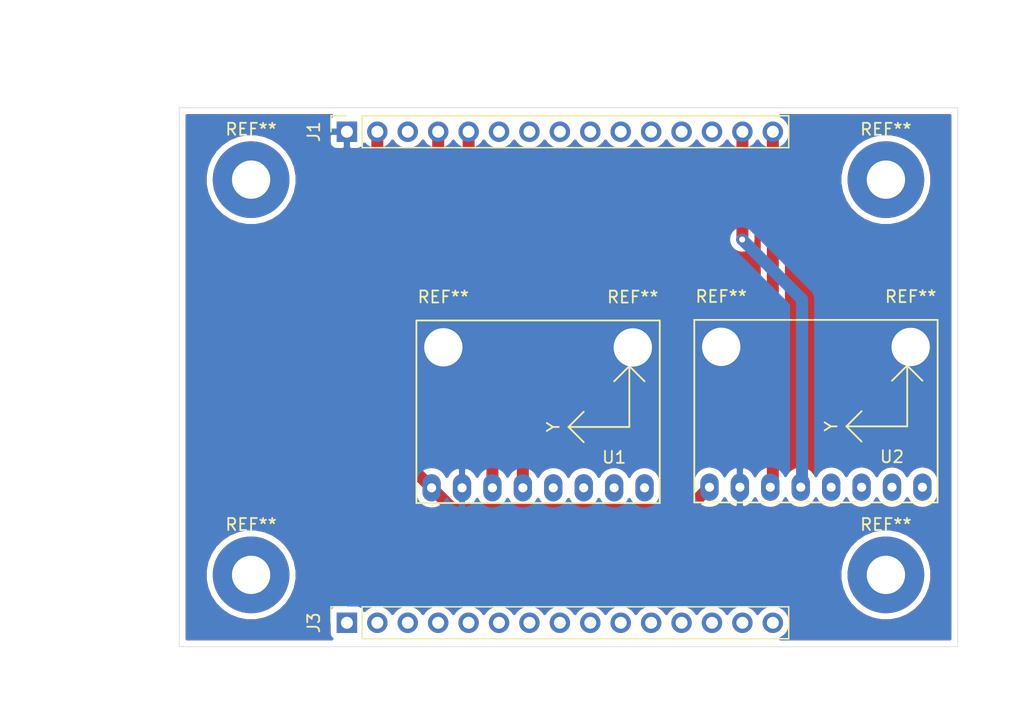
<source format=kicad_pcb>
(kicad_pcb (version 20171130) (host pcbnew "(5.1.12)-1")

  (general
    (thickness 1.6)
    (drawings 27)
    (tracks 20)
    (zones 0)
    (modules 12)
    (nets 39)
  )

  (page A4)
  (layers
    (0 F.Cu signal)
    (31 B.Cu signal)
    (32 B.Adhes user)
    (33 F.Adhes user)
    (34 B.Paste user)
    (35 F.Paste user)
    (36 B.SilkS user)
    (37 F.SilkS user)
    (38 B.Mask user)
    (39 F.Mask user)
    (40 Dwgs.User user)
    (41 Cmts.User user)
    (42 Eco1.User user)
    (43 Eco2.User user)
    (44 Edge.Cuts user)
    (45 Margin user)
    (46 B.CrtYd user)
    (47 F.CrtYd user)
    (48 B.Fab user)
    (49 F.Fab user)
  )

  (setup
    (last_trace_width 0.25)
    (user_trace_width 1)
    (trace_clearance 0.2)
    (zone_clearance 0.508)
    (zone_45_only no)
    (trace_min 0.2)
    (via_size 0.8)
    (via_drill 0.4)
    (via_min_size 0.4)
    (via_min_drill 0.3)
    (user_via 1 0.5)
    (uvia_size 0.3)
    (uvia_drill 0.1)
    (uvias_allowed no)
    (uvia_min_size 0.2)
    (uvia_min_drill 0.1)
    (edge_width 0.05)
    (segment_width 0.2)
    (pcb_text_width 0.3)
    (pcb_text_size 1.5 1.5)
    (mod_edge_width 0.12)
    (mod_text_size 1 1)
    (mod_text_width 0.15)
    (pad_size 2.1 2.1)
    (pad_drill 1.5)
    (pad_to_mask_clearance 0)
    (aux_axis_origin 130 105)
    (visible_elements 7FFFFFFF)
    (pcbplotparams
      (layerselection 0x010fc_ffffffff)
      (usegerberextensions false)
      (usegerberattributes true)
      (usegerberadvancedattributes true)
      (creategerberjobfile true)
      (excludeedgelayer true)
      (linewidth 0.100000)
      (plotframeref false)
      (viasonmask false)
      (mode 1)
      (useauxorigin false)
      (hpglpennumber 1)
      (hpglpenspeed 20)
      (hpglpendiameter 15.000000)
      (psnegative false)
      (psa4output false)
      (plotreference true)
      (plotvalue true)
      (plotinvisibletext false)
      (padsonsilk false)
      (subtractmaskfromsilk false)
      (outputformat 1)
      (mirror false)
      (drillshape 1)
      (scaleselection 1)
      (outputdirectory ""))
  )

  (net 0 "")
  (net 1 GND)
  (net 2 +3V3)
  (net 3 "Net-(J1-Pad3)")
  (net 4 /SCL0)
  (net 5 /SDA0)
  (net 6 "Net-(J1-Pad6)")
  (net 7 "Net-(J1-Pad7)")
  (net 8 "Net-(J1-Pad8)")
  (net 9 "Net-(J1-Pad9)")
  (net 10 "Net-(J1-Pad10)")
  (net 11 "Net-(J1-Pad11)")
  (net 12 "Net-(J1-Pad12)")
  (net 13 "Net-(J1-Pad13)")
  (net 14 /SDA1)
  (net 15 /SCL1)
  (net 16 "Net-(J3-Pad15)")
  (net 17 "Net-(J3-Pad14)")
  (net 18 "Net-(J3-Pad13)")
  (net 19 "Net-(J3-Pad12)")
  (net 20 "Net-(J3-Pad11)")
  (net 21 "Net-(J3-Pad10)")
  (net 22 "Net-(J3-Pad9)")
  (net 23 "Net-(J3-Pad8)")
  (net 24 "Net-(J3-Pad7)")
  (net 25 "Net-(J3-Pad6)")
  (net 26 "Net-(J3-Pad5)")
  (net 27 "Net-(J3-Pad4)")
  (net 28 "Net-(J3-Pad3)")
  (net 29 "Net-(J3-Pad2)")
  (net 30 "Net-(J3-Pad1)")
  (net 31 "Net-(U1-Pad5)")
  (net 32 "Net-(U1-Pad6)")
  (net 33 "Net-(U1-Pad7)")
  (net 34 "Net-(U1-Pad8)")
  (net 35 "Net-(U2-Pad8)")
  (net 36 "Net-(U2-Pad7)")
  (net 37 "Net-(U2-Pad6)")
  (net 38 "Net-(U2-Pad5)")

  (net_class Default "This is the default net class."
    (clearance 0.2)
    (trace_width 0.25)
    (via_dia 0.8)
    (via_drill 0.4)
    (uvia_dia 0.3)
    (uvia_drill 0.1)
    (add_net +3V3)
    (add_net /SCL0)
    (add_net /SCL1)
    (add_net /SDA0)
    (add_net /SDA1)
    (add_net GND)
    (add_net "Net-(J1-Pad10)")
    (add_net "Net-(J1-Pad11)")
    (add_net "Net-(J1-Pad12)")
    (add_net "Net-(J1-Pad13)")
    (add_net "Net-(J1-Pad3)")
    (add_net "Net-(J1-Pad6)")
    (add_net "Net-(J1-Pad7)")
    (add_net "Net-(J1-Pad8)")
    (add_net "Net-(J1-Pad9)")
    (add_net "Net-(J3-Pad1)")
    (add_net "Net-(J3-Pad10)")
    (add_net "Net-(J3-Pad11)")
    (add_net "Net-(J3-Pad12)")
    (add_net "Net-(J3-Pad13)")
    (add_net "Net-(J3-Pad14)")
    (add_net "Net-(J3-Pad15)")
    (add_net "Net-(J3-Pad2)")
    (add_net "Net-(J3-Pad3)")
    (add_net "Net-(J3-Pad4)")
    (add_net "Net-(J3-Pad5)")
    (add_net "Net-(J3-Pad6)")
    (add_net "Net-(J3-Pad7)")
    (add_net "Net-(J3-Pad8)")
    (add_net "Net-(J3-Pad9)")
    (add_net "Net-(U1-Pad5)")
    (add_net "Net-(U1-Pad6)")
    (add_net "Net-(U1-Pad7)")
    (add_net "Net-(U1-Pad8)")
    (add_net "Net-(U2-Pad5)")
    (add_net "Net-(U2-Pad6)")
    (add_net "Net-(U2-Pad7)")
    (add_net "Net-(U2-Pad8)")
  )

  (module MountingHole:MountingHole_3.2mm_M3 (layer F.Cu) (tedit 56D1B4CB) (tstamp 61E11FDF)
    (at 191.07 79.97)
    (descr "Mounting Hole 3.2mm, no annular, M3")
    (tags "mounting hole 3.2mm no annular m3")
    (attr virtual)
    (fp_text reference REF** (at 0 -4.2) (layer F.SilkS)
      (effects (font (size 1 1) (thickness 0.15)))
    )
    (fp_text value MountingHole_3.2mm_M3 (at 0 4.2) (layer F.Fab)
      (effects (font (size 1 1) (thickness 0.15)))
    )
    (fp_text user %R (at 0.3 0) (layer F.Fab)
      (effects (font (size 1 1) (thickness 0.15)))
    )
    (fp_circle (center 0 0) (end 3.2 0) (layer Cmts.User) (width 0.15))
    (fp_circle (center 0 0) (end 3.45 0) (layer F.CrtYd) (width 0.05))
    (pad 1 np_thru_hole circle (at 0 0) (size 3.2 3.2) (drill 3.2) (layers *.Cu *.Mask))
  )

  (module MountingHole:MountingHole_3.2mm_M3 (layer F.Cu) (tedit 56D1B4CB) (tstamp 61E11F64)
    (at 175.25 79.96)
    (descr "Mounting Hole 3.2mm, no annular, M3")
    (tags "mounting hole 3.2mm no annular m3")
    (attr virtual)
    (fp_text reference REF** (at 0 -4.2) (layer F.SilkS)
      (effects (font (size 1 1) (thickness 0.15)))
    )
    (fp_text value MountingHole_3.2mm_M3 (at 0 4.2) (layer F.Fab)
      (effects (font (size 1 1) (thickness 0.15)))
    )
    (fp_text user %R (at 0.3 0) (layer F.Fab)
      (effects (font (size 1 1) (thickness 0.15)))
    )
    (fp_circle (center 0 0) (end 3.2 0) (layer Cmts.User) (width 0.15))
    (fp_circle (center 0 0) (end 3.45 0) (layer F.CrtYd) (width 0.05))
    (pad 1 np_thru_hole circle (at 0 0) (size 3.2 3.2) (drill 3.2) (layers *.Cu *.Mask))
  )

  (module MountingHole:MountingHole_3.2mm_M3 (layer F.Cu) (tedit 56D1B4CB) (tstamp 61E11F3F)
    (at 167.87 80.01)
    (descr "Mounting Hole 3.2mm, no annular, M3")
    (tags "mounting hole 3.2mm no annular m3")
    (attr virtual)
    (fp_text reference REF** (at 0 -4.2) (layer F.SilkS)
      (effects (font (size 1 1) (thickness 0.15)))
    )
    (fp_text value MountingHole_3.2mm_M3 (at 0 4.2) (layer F.Fab)
      (effects (font (size 1 1) (thickness 0.15)))
    )
    (fp_text user %R (at 0.3 0) (layer F.Fab)
      (effects (font (size 1 1) (thickness 0.15)))
    )
    (fp_circle (center 0 0) (end 3.2 0) (layer Cmts.User) (width 0.15))
    (fp_circle (center 0 0) (end 3.45 0) (layer F.CrtYd) (width 0.05))
    (pad 1 np_thru_hole circle (at 0 0) (size 3.2 3.2) (drill 3.2) (layers *.Cu *.Mask))
  )

  (module MountingHole:MountingHole_3.2mm_M3 (layer F.Cu) (tedit 56D1B4CB) (tstamp 61E11E51)
    (at 152.05 80)
    (descr "Mounting Hole 3.2mm, no annular, M3")
    (tags "mounting hole 3.2mm no annular m3")
    (attr virtual)
    (fp_text reference REF** (at 0 -4.2) (layer F.SilkS)
      (effects (font (size 1 1) (thickness 0.15)))
    )
    (fp_text value MountingHole_3.2mm_M3 (at 0 4.2) (layer F.Fab)
      (effects (font (size 1 1) (thickness 0.15)))
    )
    (fp_text user %R (at 0.3 0) (layer F.Fab)
      (effects (font (size 1 1) (thickness 0.15)))
    )
    (fp_circle (center 0 0) (end 3.2 0) (layer Cmts.User) (width 0.15))
    (fp_circle (center 0 0) (end 3.45 0) (layer F.CrtYd) (width 0.05))
    (pad 1 np_thru_hole circle (at 0 0) (size 3.2 3.2) (drill 3.2) (layers *.Cu *.Mask))
  )

  (module MountingHole:MountingHole_3.2mm_M3_Pad (layer F.Cu) (tedit 56D1B4CB) (tstamp 61E15879)
    (at 189 66)
    (descr "Mounting Hole 3.2mm, M3")
    (tags "mounting hole 3.2mm m3")
    (attr virtual)
    (fp_text reference REF** (at 0 -4.2) (layer F.SilkS)
      (effects (font (size 1 1) (thickness 0.15)))
    )
    (fp_text value MountingHole_3.2mm_M3_Pad (at 0 4.2) (layer F.Fab)
      (effects (font (size 1 1) (thickness 0.15)))
    )
    (fp_circle (center 0 0) (end 3.45 0) (layer F.CrtYd) (width 0.05))
    (fp_circle (center 0 0) (end 3.2 0) (layer Cmts.User) (width 0.15))
    (fp_text user %R (at 0.3 0) (layer F.Fab)
      (effects (font (size 1 1) (thickness 0.15)))
    )
    (pad 1 thru_hole circle (at 0 0) (size 6.4 6.4) (drill 3.2) (layers *.Cu *.Mask))
  )

  (module MountingHole:MountingHole_3.2mm_M3_Pad (layer F.Cu) (tedit 56D1B4CB) (tstamp 61E15867)
    (at 189 99)
    (descr "Mounting Hole 3.2mm, M3")
    (tags "mounting hole 3.2mm m3")
    (attr virtual)
    (fp_text reference REF** (at 0 -4.2) (layer F.SilkS)
      (effects (font (size 1 1) (thickness 0.15)))
    )
    (fp_text value MountingHole_3.2mm_M3_Pad (at 0 4.2) (layer F.Fab)
      (effects (font (size 1 1) (thickness 0.15)))
    )
    (fp_circle (center 0 0) (end 3.45 0) (layer F.CrtYd) (width 0.05))
    (fp_circle (center 0 0) (end 3.2 0) (layer Cmts.User) (width 0.15))
    (fp_text user %R (at 0.3 0) (layer F.Fab)
      (effects (font (size 1 1) (thickness 0.15)))
    )
    (pad 1 thru_hole circle (at 0 0) (size 6.4 6.4) (drill 3.2) (layers *.Cu *.Mask))
  )

  (module MountingHole:MountingHole_3.2mm_M3_Pad (layer F.Cu) (tedit 56D1B4CB) (tstamp 61E1582C)
    (at 136 99)
    (descr "Mounting Hole 3.2mm, M3")
    (tags "mounting hole 3.2mm m3")
    (attr virtual)
    (fp_text reference REF** (at 0 -4.2) (layer F.SilkS)
      (effects (font (size 1 1) (thickness 0.15)))
    )
    (fp_text value MountingHole_3.2mm_M3_Pad (at 0 4.2) (layer F.Fab)
      (effects (font (size 1 1) (thickness 0.15)))
    )
    (fp_circle (center 0 0) (end 3.45 0) (layer F.CrtYd) (width 0.05))
    (fp_circle (center 0 0) (end 3.2 0) (layer Cmts.User) (width 0.15))
    (fp_text user %R (at 0.3 0) (layer F.Fab)
      (effects (font (size 1 1) (thickness 0.15)))
    )
    (pad 1 thru_hole circle (at 0 0) (size 6.4 6.4) (drill 3.2) (layers *.Cu *.Mask))
  )

  (module MountingHole:MountingHole_3.2mm_M3_Pad (layer F.Cu) (tedit 56D1B4CB) (tstamp 61E157DF)
    (at 136 66)
    (descr "Mounting Hole 3.2mm, M3")
    (tags "mounting hole 3.2mm m3")
    (attr virtual)
    (fp_text reference REF** (at 0 -4.2) (layer F.SilkS)
      (effects (font (size 1 1) (thickness 0.15)))
    )
    (fp_text value MountingHole_3.2mm_M3_Pad (at 0 4.2) (layer F.Fab)
      (effects (font (size 1 1) (thickness 0.15)))
    )
    (fp_circle (center 0 0) (end 3.45 0) (layer F.CrtYd) (width 0.05))
    (fp_circle (center 0 0) (end 3.2 0) (layer Cmts.User) (width 0.15))
    (fp_text user %R (at 0.3 0) (layer F.Fab)
      (effects (font (size 1 1) (thickness 0.15)))
    )
    (pad 1 thru_hole circle (at 0 0) (size 6.4 6.4) (drill 3.2) (layers *.Cu *.Mask))
  )

  (module Connector_PinSocket_2.54mm:PinSocket_1x15_P2.54mm_Vertical (layer F.Cu) (tedit 5A19A41D) (tstamp 61E14973)
    (at 144 62 90)
    (descr "Through hole straight socket strip, 1x15, 2.54mm pitch, single row (from Kicad 4.0.7), script generated")
    (tags "Through hole socket strip THT 1x15 2.54mm single row")
    (path /61E2835F)
    (fp_text reference J1 (at 0 -2.77 90) (layer F.SilkS)
      (effects (font (size 1 1) (thickness 0.15)))
    )
    (fp_text value Conn_01x15_Female (at 0 38.33 90) (layer F.Fab)
      (effects (font (size 1 1) (thickness 0.15)))
    )
    (fp_line (start -1.27 -1.27) (end 0.635 -1.27) (layer F.Fab) (width 0.1))
    (fp_line (start 0.635 -1.27) (end 1.27 -0.635) (layer F.Fab) (width 0.1))
    (fp_line (start 1.27 -0.635) (end 1.27 36.83) (layer F.Fab) (width 0.1))
    (fp_line (start 1.27 36.83) (end -1.27 36.83) (layer F.Fab) (width 0.1))
    (fp_line (start -1.27 36.83) (end -1.27 -1.27) (layer F.Fab) (width 0.1))
    (fp_line (start -1.33 1.27) (end 1.33 1.27) (layer F.SilkS) (width 0.12))
    (fp_line (start -1.33 1.27) (end -1.33 36.89) (layer F.SilkS) (width 0.12))
    (fp_line (start -1.33 36.89) (end 1.33 36.89) (layer F.SilkS) (width 0.12))
    (fp_line (start 1.33 1.27) (end 1.33 36.89) (layer F.SilkS) (width 0.12))
    (fp_line (start 1.33 -1.33) (end 1.33 0) (layer F.SilkS) (width 0.12))
    (fp_line (start 0 -1.33) (end 1.33 -1.33) (layer F.SilkS) (width 0.12))
    (fp_line (start -1.8 -1.8) (end 1.75 -1.8) (layer F.CrtYd) (width 0.05))
    (fp_line (start 1.75 -1.8) (end 1.75 37.3) (layer F.CrtYd) (width 0.05))
    (fp_line (start 1.75 37.3) (end -1.8 37.3) (layer F.CrtYd) (width 0.05))
    (fp_line (start -1.8 37.3) (end -1.8 -1.8) (layer F.CrtYd) (width 0.05))
    (fp_text user %R (at 0 17.78) (layer F.Fab)
      (effects (font (size 1 1) (thickness 0.15)))
    )
    (pad 1 thru_hole rect (at 0 0 90) (size 1.7 1.7) (drill 1) (layers *.Cu *.Mask)
      (net 1 GND))
    (pad 2 thru_hole oval (at 0 2.54 90) (size 1.7 1.7) (drill 1) (layers *.Cu *.Mask)
      (net 2 +3V3))
    (pad 3 thru_hole oval (at 0 5.08 90) (size 1.7 1.7) (drill 1) (layers *.Cu *.Mask)
      (net 3 "Net-(J1-Pad3)"))
    (pad 4 thru_hole oval (at 0 7.62 90) (size 1.7 1.7) (drill 1) (layers *.Cu *.Mask)
      (net 4 /SCL0))
    (pad 5 thru_hole oval (at 0 10.16 90) (size 1.7 1.7) (drill 1) (layers *.Cu *.Mask)
      (net 5 /SDA0))
    (pad 6 thru_hole oval (at 0 12.7 90) (size 1.7 1.7) (drill 1) (layers *.Cu *.Mask)
      (net 6 "Net-(J1-Pad6)"))
    (pad 7 thru_hole oval (at 0 15.24 90) (size 1.7 1.7) (drill 1) (layers *.Cu *.Mask)
      (net 7 "Net-(J1-Pad7)"))
    (pad 8 thru_hole oval (at 0 17.78 90) (size 1.7 1.7) (drill 1) (layers *.Cu *.Mask)
      (net 8 "Net-(J1-Pad8)"))
    (pad 9 thru_hole oval (at 0 20.32 90) (size 1.7 1.7) (drill 1) (layers *.Cu *.Mask)
      (net 9 "Net-(J1-Pad9)"))
    (pad 10 thru_hole oval (at 0 22.86 90) (size 1.7 1.7) (drill 1) (layers *.Cu *.Mask)
      (net 10 "Net-(J1-Pad10)"))
    (pad 11 thru_hole oval (at 0 25.4 90) (size 1.7 1.7) (drill 1) (layers *.Cu *.Mask)
      (net 11 "Net-(J1-Pad11)"))
    (pad 12 thru_hole oval (at 0 27.94 90) (size 1.7 1.7) (drill 1) (layers *.Cu *.Mask)
      (net 12 "Net-(J1-Pad12)"))
    (pad 13 thru_hole oval (at 0 30.48 90) (size 1.7 1.7) (drill 1) (layers *.Cu *.Mask)
      (net 13 "Net-(J1-Pad13)"))
    (pad 14 thru_hole oval (at 0 33.02 90) (size 1.7 1.7) (drill 1) (layers *.Cu *.Mask)
      (net 14 /SDA1))
    (pad 15 thru_hole oval (at 0 35.56 90) (size 1.7 1.7) (drill 1) (layers *.Cu *.Mask)
      (net 15 /SCL1))
    (model ${KISYS3DMOD}/Connector_PinSocket_2.54mm.3dshapes/PinSocket_1x15_P2.54mm_Vertical.wrl
      (at (xyz 0 0 0))
      (scale (xyz 1 1 1))
      (rotate (xyz 0 0 0))
    )
  )

  (module Connector_PinSocket_2.54mm:PinSocket_1x15_P2.54mm_Vertical (layer F.Cu) (tedit 5A19A41D) (tstamp 61E14996)
    (at 144 103 90)
    (descr "Through hole straight socket strip, 1x15, 2.54mm pitch, single row (from Kicad 4.0.7), script generated")
    (tags "Through hole socket strip THT 1x15 2.54mm single row")
    (path /61E29432)
    (fp_text reference J3 (at 0 -2.77 90) (layer F.SilkS)
      (effects (font (size 1 1) (thickness 0.15)))
    )
    (fp_text value Conn_01x15_Female (at 0 38.33 90) (layer F.Fab)
      (effects (font (size 1 1) (thickness 0.15)))
    )
    (fp_line (start -1.8 37.3) (end -1.8 -1.8) (layer F.CrtYd) (width 0.05))
    (fp_line (start 1.75 37.3) (end -1.8 37.3) (layer F.CrtYd) (width 0.05))
    (fp_line (start 1.75 -1.8) (end 1.75 37.3) (layer F.CrtYd) (width 0.05))
    (fp_line (start -1.8 -1.8) (end 1.75 -1.8) (layer F.CrtYd) (width 0.05))
    (fp_line (start 0 -1.33) (end 1.33 -1.33) (layer F.SilkS) (width 0.12))
    (fp_line (start 1.33 -1.33) (end 1.33 0) (layer F.SilkS) (width 0.12))
    (fp_line (start 1.33 1.27) (end 1.33 36.89) (layer F.SilkS) (width 0.12))
    (fp_line (start -1.33 36.89) (end 1.33 36.89) (layer F.SilkS) (width 0.12))
    (fp_line (start -1.33 1.27) (end -1.33 36.89) (layer F.SilkS) (width 0.12))
    (fp_line (start -1.33 1.27) (end 1.33 1.27) (layer F.SilkS) (width 0.12))
    (fp_line (start -1.27 36.83) (end -1.27 -1.27) (layer F.Fab) (width 0.1))
    (fp_line (start 1.27 36.83) (end -1.27 36.83) (layer F.Fab) (width 0.1))
    (fp_line (start 1.27 -0.635) (end 1.27 36.83) (layer F.Fab) (width 0.1))
    (fp_line (start 0.635 -1.27) (end 1.27 -0.635) (layer F.Fab) (width 0.1))
    (fp_line (start -1.27 -1.27) (end 0.635 -1.27) (layer F.Fab) (width 0.1))
    (fp_text user %R (at 0 17.78) (layer F.Fab)
      (effects (font (size 1 1) (thickness 0.15)))
    )
    (pad 15 thru_hole oval (at 0 35.56 90) (size 1.7 1.7) (drill 1) (layers *.Cu *.Mask)
      (net 16 "Net-(J3-Pad15)"))
    (pad 14 thru_hole oval (at 0 33.02 90) (size 1.7 1.7) (drill 1) (layers *.Cu *.Mask)
      (net 17 "Net-(J3-Pad14)"))
    (pad 13 thru_hole oval (at 0 30.48 90) (size 1.7 1.7) (drill 1) (layers *.Cu *.Mask)
      (net 18 "Net-(J3-Pad13)"))
    (pad 12 thru_hole oval (at 0 27.94 90) (size 1.7 1.7) (drill 1) (layers *.Cu *.Mask)
      (net 19 "Net-(J3-Pad12)"))
    (pad 11 thru_hole oval (at 0 25.4 90) (size 1.7 1.7) (drill 1) (layers *.Cu *.Mask)
      (net 20 "Net-(J3-Pad11)"))
    (pad 10 thru_hole oval (at 0 22.86 90) (size 1.7 1.7) (drill 1) (layers *.Cu *.Mask)
      (net 21 "Net-(J3-Pad10)"))
    (pad 9 thru_hole oval (at 0 20.32 90) (size 1.7 1.7) (drill 1) (layers *.Cu *.Mask)
      (net 22 "Net-(J3-Pad9)"))
    (pad 8 thru_hole oval (at 0 17.78 90) (size 1.7 1.7) (drill 1) (layers *.Cu *.Mask)
      (net 23 "Net-(J3-Pad8)"))
    (pad 7 thru_hole oval (at 0 15.24 90) (size 1.7 1.7) (drill 1) (layers *.Cu *.Mask)
      (net 24 "Net-(J3-Pad7)"))
    (pad 6 thru_hole oval (at 0 12.7 90) (size 1.7 1.7) (drill 1) (layers *.Cu *.Mask)
      (net 25 "Net-(J3-Pad6)"))
    (pad 5 thru_hole oval (at 0 10.16 90) (size 1.7 1.7) (drill 1) (layers *.Cu *.Mask)
      (net 26 "Net-(J3-Pad5)"))
    (pad 4 thru_hole oval (at 0 7.62 90) (size 1.7 1.7) (drill 1) (layers *.Cu *.Mask)
      (net 27 "Net-(J3-Pad4)"))
    (pad 3 thru_hole oval (at 0 5.08 90) (size 1.7 1.7) (drill 1) (layers *.Cu *.Mask)
      (net 28 "Net-(J3-Pad3)"))
    (pad 2 thru_hole oval (at 0 2.54 90) (size 1.7 1.7) (drill 1) (layers *.Cu *.Mask)
      (net 29 "Net-(J3-Pad2)"))
    (pad 1 thru_hole rect (at 0 0 90) (size 1.7 1.7) (drill 1) (layers *.Cu *.Mask)
      (net 30 "Net-(J3-Pad1)"))
    (model ${KISYS3DMOD}/Connector_PinSocket_2.54mm.3dshapes/PinSocket_1x15_P2.54mm_Vertical.wrl
      (at (xyz 0 0 0))
      (scale (xyz 1 1 1))
      (rotate (xyz 0 0 0))
    )
  )

  (module footprints:GY-521 (layer F.Cu) (tedit 5B1B7D6D) (tstamp 61E149AE)
    (at 149.8 93)
    (path /61E25AD3)
    (fp_text reference U1 (at 16.51 -3.81) (layer F.SilkS)
      (effects (font (size 1 1) (thickness 0.15)))
    )
    (fp_text value GY-521-symbols (at 3.81 -12.7) (layer F.Fab)
      (effects (font (size 1 1) (thickness 0.15)))
    )
    (fp_line (start 0 -15.24) (end 20.32 -15.24) (layer F.SilkS) (width 0.15))
    (fp_line (start 20.32 -15.24) (end 20.32 0) (layer F.SilkS) (width 0.15))
    (fp_line (start 20.32 0) (end 0 0) (layer F.SilkS) (width 0.15))
    (fp_line (start 0 0) (end 0 -15.24) (layer F.SilkS) (width 0.15))
    (fp_line (start 13.97 -7.62) (end 12.7 -6.35) (layer F.SilkS) (width 0.15))
    (fp_line (start 12.7 -6.35) (end 13.97 -5.08) (layer F.SilkS) (width 0.15))
    (fp_line (start 17.78 -6.35) (end 12.7 -6.35) (layer F.SilkS) (width 0.15))
    (fp_line (start 17.78 -11.43) (end 17.78 -6.35) (layer F.SilkS) (width 0.15))
    (fp_line (start 16.51 -10.16) (end 17.78 -11.43) (layer F.SilkS) (width 0.15))
    (fp_line (start 17.78 -11.43) (end 19.05 -10.16) (layer F.SilkS) (width 0.15))
    (fp_text user Y (at 11.43 -6.35 90) (layer F.SilkS)
      (effects (font (size 1 1) (thickness 0.15)))
    )
    (fp_text user X (at 17.78 -12.7 90) (layer F.SilkS)
      (effects (font (size 1 1) (thickness 0.15)))
    )
    (pad 1 thru_hole oval (at 1.27 -1.27) (size 1.524 2.268) (drill 0.762) (layers *.Cu *.Mask)
      (net 2 +3V3))
    (pad 2 thru_hole oval (at 3.81 -1.27) (size 1.524 2.268) (drill 0.762) (layers *.Cu *.Mask)
      (net 1 GND))
    (pad 3 thru_hole oval (at 6.35 -1.27) (size 1.524 2.268) (drill 0.762) (layers *.Cu *.Mask)
      (net 4 /SCL0))
    (pad 4 thru_hole oval (at 8.89 -1.27) (size 1.524 2.268) (drill 0.762) (layers *.Cu *.Mask)
      (net 5 /SDA0))
    (pad 5 thru_hole oval (at 11.43 -1.27) (size 1.524 2.268) (drill 0.762) (layers *.Cu *.Mask)
      (net 31 "Net-(U1-Pad5)"))
    (pad 6 thru_hole oval (at 13.97 -1.27) (size 1.524 2.268) (drill 0.762) (layers *.Cu *.Mask)
      (net 32 "Net-(U1-Pad6)"))
    (pad 7 thru_hole oval (at 16.51 -1.27) (size 1.524 2.268) (drill 0.762) (layers *.Cu *.Mask)
      (net 33 "Net-(U1-Pad7)"))
    (pad 8 thru_hole oval (at 19.05 -1.27) (size 1.524 2.268) (drill 0.762) (layers *.Cu *.Mask)
      (net 34 "Net-(U1-Pad8)"))
  )

  (module footprints:GY-521 (layer F.Cu) (tedit 5B1B7D6D) (tstamp 61E155ED)
    (at 173 92.95)
    (path /61E26262)
    (fp_text reference U2 (at 16.51 -3.81) (layer F.SilkS)
      (effects (font (size 1 1) (thickness 0.15)))
    )
    (fp_text value GY-521-symbols (at 3.81 -12.7) (layer F.Fab)
      (effects (font (size 1 1) (thickness 0.15)))
    )
    (fp_line (start 17.78 -11.43) (end 19.05 -10.16) (layer F.SilkS) (width 0.15))
    (fp_line (start 16.51 -10.16) (end 17.78 -11.43) (layer F.SilkS) (width 0.15))
    (fp_line (start 17.78 -11.43) (end 17.78 -6.35) (layer F.SilkS) (width 0.15))
    (fp_line (start 17.78 -6.35) (end 12.7 -6.35) (layer F.SilkS) (width 0.15))
    (fp_line (start 12.7 -6.35) (end 13.97 -5.08) (layer F.SilkS) (width 0.15))
    (fp_line (start 13.97 -7.62) (end 12.7 -6.35) (layer F.SilkS) (width 0.15))
    (fp_line (start 0 0) (end 0 -15.24) (layer F.SilkS) (width 0.15))
    (fp_line (start 20.32 0) (end 0 0) (layer F.SilkS) (width 0.15))
    (fp_line (start 20.32 -15.24) (end 20.32 0) (layer F.SilkS) (width 0.15))
    (fp_line (start 0 -15.24) (end 20.32 -15.24) (layer F.SilkS) (width 0.15))
    (fp_text user X (at 17.78 -12.7 90) (layer F.SilkS)
      (effects (font (size 1 1) (thickness 0.15)))
    )
    (fp_text user Y (at 11.43 -6.35 90) (layer F.SilkS)
      (effects (font (size 1 1) (thickness 0.15)))
    )
    (pad 8 thru_hole oval (at 19.05 -1.27) (size 1.524 2.268) (drill 0.762) (layers *.Cu *.Mask)
      (net 35 "Net-(U2-Pad8)"))
    (pad 7 thru_hole oval (at 16.51 -1.27) (size 1.524 2.268) (drill 0.762) (layers *.Cu *.Mask)
      (net 36 "Net-(U2-Pad7)"))
    (pad 6 thru_hole oval (at 13.97 -1.27) (size 1.524 2.268) (drill 0.762) (layers *.Cu *.Mask)
      (net 37 "Net-(U2-Pad6)"))
    (pad 5 thru_hole oval (at 11.43 -1.27) (size 1.524 2.268) (drill 0.762) (layers *.Cu *.Mask)
      (net 38 "Net-(U2-Pad5)"))
    (pad 4 thru_hole oval (at 8.89 -1.27) (size 1.524 2.268) (drill 0.762) (layers *.Cu *.Mask)
      (net 14 /SDA1))
    (pad 3 thru_hole oval (at 6.35 -1.27) (size 1.524 2.268) (drill 0.762) (layers *.Cu *.Mask)
      (net 15 /SCL1))
    (pad 2 thru_hole oval (at 3.81 -1.27) (size 1.524 2.268) (drill 0.762) (layers *.Cu *.Mask)
      (net 1 GND))
    (pad 1 thru_hole oval (at 1.27 -1.27) (size 1.524 2.268) (drill 0.762) (layers *.Cu *.Mask)
      (net 2 +3V3))
  )

  (gr_line (start 191.07 77.72) (end 191.07 79.97) (layer Dwgs.User) (width 0.15) (tstamp 61E11FB4))
  (gr_line (start 193.32 77.72) (end 191.07 77.72) (layer Dwgs.User) (width 0.15))
  (gr_line (start 175.25 77.71) (end 175.25 79.96) (layer Dwgs.User) (width 0.15) (tstamp 61E11F40))
  (gr_line (start 173 77.71) (end 175.25 77.71) (layer Dwgs.User) (width 0.15))
  (gr_line (start 167.87 77.76) (end 167.87 80.01) (layer Dwgs.User) (width 0.15) (tstamp 61E11F14))
  (gr_line (start 170.12 77.76) (end 167.87 77.76) (layer Dwgs.User) (width 0.15))
  (gr_line (start 152.05 80.01) (end 152.05 77.75) (layer Dwgs.User) (width 0.15))
  (gr_line (start 149.8 80.01) (end 152.05 80.01) (layer Dwgs.User) (width 0.15) (tstamp 61E11766))
  (gr_circle (center 191.07 79.97) (end 189.32 79.99) (layer Dwgs.User) (width 0.15))
  (gr_line (start 191.07 79.97) (end 193.32 79.97) (layer Dwgs.User) (width 0.15) (tstamp 61E15A3A))
  (gr_line (start 193.32 79.97) (end 193.32 77.72) (layer Dwgs.User) (width 0.15) (tstamp 61E15A3B))
  (gr_line (start 173 79.96) (end 175.25 79.96) (layer Dwgs.User) (width 0.15) (tstamp 61E15A3B))
  (gr_line (start 173 77.71) (end 173 79.96) (layer Dwgs.User) (width 0.15) (tstamp 61E15A3A))
  (gr_line (start 170.12 80.01) (end 170.12 77.76) (layer Dwgs.User) (width 0.15) (tstamp 61E15A3B))
  (gr_line (start 167.87 80.01) (end 170.12 80.01) (layer Dwgs.User) (width 0.15) (tstamp 61E15A3A))
  (gr_line (start 149.8 77.76) (end 149.8 80.01) (layer Dwgs.User) (width 0.15))
  (dimension 45 (width 0.15) (layer Dwgs.User)
    (gr_text "45,000 mm" (at 118.700001 82.5 270) (layer Dwgs.User)
      (effects (font (size 1 1) (thickness 0.15)))
    )
    (feature1 (pts (xy 130 105) (xy 119.41358 105)))
    (feature2 (pts (xy 130 60) (xy 119.41358 60)))
    (crossbar (pts (xy 120.000001 60) (xy 120.000001 105)))
    (arrow1a (pts (xy 120.000001 105) (xy 119.41358 103.873496)))
    (arrow1b (pts (xy 120.000001 105) (xy 120.586422 103.873496)))
    (arrow2a (pts (xy 120.000001 60) (xy 119.41358 61.126504)))
    (arrow2b (pts (xy 120.000001 60) (xy 120.586422 61.126504)))
  )
  (dimension 19.4 (width 0.15) (layer Dwgs.User)
    (gr_text "19,400 mm" (at 124.5 95.3 90) (layer Dwgs.User)
      (effects (font (size 1 1) (thickness 0.15)))
    )
    (feature1 (pts (xy 130 85.6) (xy 125.213579 85.6)))
    (feature2 (pts (xy 130 105) (xy 125.213579 105)))
    (crossbar (pts (xy 125.8 105) (xy 125.8 85.6)))
    (arrow1a (pts (xy 125.8 85.6) (xy 126.386421 86.726504)))
    (arrow1b (pts (xy 125.8 85.6) (xy 125.213579 86.726504)))
    (arrow2a (pts (xy 125.8 105) (xy 126.386421 103.873496)))
    (arrow2b (pts (xy 125.8 105) (xy 125.213579 103.873496)))
  )
  (dimension 30 (width 0.15) (layer Dwgs.User)
    (gr_text "30,000 mm" (at 145 95.2) (layer Dwgs.User)
      (effects (font (size 1 1) (thickness 0.15)))
    )
    (feature1 (pts (xy 160 85.6) (xy 160 94.486421)))
    (feature2 (pts (xy 130 85.6) (xy 130 94.486421)))
    (crossbar (pts (xy 130 93.9) (xy 160 93.9)))
    (arrow1a (pts (xy 160 93.9) (xy 158.873496 94.486421)))
    (arrow1b (pts (xy 160 93.9) (xy 158.873496 93.313579)))
    (arrow2a (pts (xy 130 93.9) (xy 131.126504 94.486421)))
    (arrow2b (pts (xy 130 93.9) (xy 131.126504 93.313579)))
  )
  (dimension 65 (width 0.15) (layer Dwgs.User)
    (gr_text "65,000 mm" (at 162.5 51.7) (layer Dwgs.User)
      (effects (font (size 1 1) (thickness 0.15)))
    )
    (feature1 (pts (xy 195 60) (xy 195 52.413579)))
    (feature2 (pts (xy 130 60) (xy 130 52.413579)))
    (crossbar (pts (xy 130 53) (xy 195 53)))
    (arrow1a (pts (xy 195 53) (xy 193.873496 53.586421)))
    (arrow1b (pts (xy 195 53) (xy 193.873496 52.413579)))
    (arrow2a (pts (xy 130 53) (xy 131.126504 53.586421)))
    (arrow2b (pts (xy 130 53) (xy 131.126504 52.413579)))
  )
  (gr_circle (center 175.25 79.96) (end 177 79.97) (layer Dwgs.User) (width 0.15))
  (gr_circle (center 167.87 80.01) (end 169.62 80.01) (layer Dwgs.User) (width 0.15))
  (gr_circle (center 152.05 80.01) (end 153.8 80) (layer Dwgs.User) (width 0.15))
  (gr_line (start 195 105) (end 130 105) (layer Edge.Cuts) (width 0.05) (tstamp 61E15952))
  (gr_line (start 195 60) (end 195 105) (layer Edge.Cuts) (width 0.05))
  (gr_line (start 130 60) (end 195 60) (layer Edge.Cuts) (width 0.05))
  (gr_line (start 130 105) (end 130 60) (layer Edge.Cuts) (width 0.05))

  (segment (start 146.54 87.2) (end 151.07 91.73) (width 1) (layer F.Cu) (net 2))
  (segment (start 146.54 62) (end 146.54 87.2) (width 1) (layer F.Cu) (net 2))
  (segment (start 172.38599 93.56401) (end 174.27 91.68) (width 1) (layer F.Cu) (net 2))
  (segment (start 152.90401 93.56401) (end 172.38599 93.56401) (width 1) (layer F.Cu) (net 2))
  (segment (start 151.07 91.73) (end 152.90401 93.56401) (width 1) (layer F.Cu) (net 2))
  (segment (start 156.049594 91.73) (end 156.15 91.73) (width 1) (layer F.Cu) (net 4))
  (segment (start 151.62 62) (end 151.62 72.12) (width 1) (layer F.Cu) (net 4))
  (segment (start 156.15 76.65) (end 156.15 91.73) (width 1) (layer F.Cu) (net 4))
  (segment (start 151.62 72.12) (end 156.15 76.65) (width 1) (layer F.Cu) (net 4))
  (segment (start 154.16 62) (end 154.16 72.16) (width 1) (layer F.Cu) (net 5))
  (segment (start 158.69 76.69) (end 158.69 91.73) (width 1) (layer F.Cu) (net 5))
  (segment (start 154.16 72.16) (end 158.69 76.69) (width 1) (layer F.Cu) (net 5))
  (via (at 177 71) (size 1) (drill 0.5) (layers F.Cu B.Cu) (net 14))
  (segment (start 177.02 70.98) (end 177 71) (width 1) (layer F.Cu) (net 14))
  (segment (start 177.02 62) (end 177.02 70.98) (width 1) (layer F.Cu) (net 14))
  (segment (start 177 71) (end 182 76) (width 1) (layer B.Cu) (net 14))
  (segment (start 182 91.57) (end 181.89 91.68) (width 1) (layer B.Cu) (net 14))
  (segment (start 182 76) (end 182 91.57) (width 1) (layer B.Cu) (net 14))
  (segment (start 179.56 91.47) (end 179.35 91.68) (width 1) (layer F.Cu) (net 15))
  (segment (start 179.56 62) (end 179.56 91.47) (width 1) (layer F.Cu) (net 15))

  (zone (net 1) (net_name GND) (layer F.Cu) (tstamp 0) (hatch edge 0.508)
    (connect_pads (clearance 0.508))
    (min_thickness 0.254)
    (fill yes (arc_segments 32) (thermal_gap 0.508) (thermal_bridge_width 0.508))
    (polygon
      (pts
        (xy 195 105) (xy 130 105) (xy 130 60) (xy 195 60)
      )
    )
    (filled_polygon
      (pts
        (xy 142.698815 60.698815) (xy 142.619463 60.795506) (xy 142.560498 60.90582) (xy 142.524188 61.025518) (xy 142.511928 61.15)
        (xy 142.515 61.71425) (xy 142.67375 61.873) (xy 143.873 61.873) (xy 143.873 61.853) (xy 144.127 61.853)
        (xy 144.127 61.873) (xy 144.147 61.873) (xy 144.147 62.127) (xy 144.127 62.127) (xy 144.127 63.32625)
        (xy 144.28575 63.485) (xy 144.85 63.488072) (xy 144.974482 63.475812) (xy 145.09418 63.439502) (xy 145.204494 63.380537)
        (xy 145.301185 63.301185) (xy 145.380537 63.204494) (xy 145.405 63.158728) (xy 145.405001 87.144238) (xy 145.399509 87.2)
        (xy 145.421423 87.422498) (xy 145.486324 87.636446) (xy 145.486325 87.636447) (xy 145.591717 87.833623) (xy 145.733552 88.006449)
        (xy 145.77686 88.041991) (xy 149.673 91.938132) (xy 149.673 92.170625) (xy 149.693214 92.37586) (xy 149.773096 92.639195)
        (xy 149.902817 92.881887) (xy 150.077393 93.094608) (xy 150.290114 93.269183) (xy 150.532806 93.398904) (xy 150.796141 93.478786)
        (xy 151.07 93.505759) (xy 151.225329 93.49046) (xy 152.062019 94.32715) (xy 152.097561 94.370459) (xy 152.270386 94.512293)
        (xy 152.270387 94.512294) (xy 152.467563 94.617686) (xy 152.681511 94.682587) (xy 152.90401 94.704501) (xy 152.959762 94.69901)
        (xy 172.330239 94.69901) (xy 172.38599 94.704501) (xy 172.441741 94.69901) (xy 172.441742 94.69901) (xy 172.608489 94.682587)
        (xy 172.822437 94.617686) (xy 173.019613 94.512294) (xy 173.192439 94.370459) (xy 173.227986 94.327145) (xy 174.114671 93.44046)
        (xy 174.27 93.455759) (xy 174.54386 93.428786) (xy 174.807195 93.348904) (xy 175.049887 93.219183) (xy 175.262608 93.044608)
        (xy 175.437183 92.831887) (xy 175.541038 92.637587) (xy 175.567941 92.703942) (xy 175.718994 92.933729) (xy 175.911974 93.129632)
        (xy 176.139465 93.284122) (xy 176.392724 93.391262) (xy 176.46693 93.40622) (xy 176.683 93.28372) (xy 176.683 91.807)
        (xy 176.663 91.807) (xy 176.663 91.553) (xy 176.683 91.553) (xy 176.683 90.07628) (xy 176.46693 89.95378)
        (xy 176.392724 89.968738) (xy 176.139465 90.075878) (xy 175.911974 90.230368) (xy 175.718994 90.426271) (xy 175.567941 90.656058)
        (xy 175.541038 90.722413) (xy 175.437183 90.528113) (xy 175.262607 90.315392) (xy 175.049886 90.140817) (xy 174.807194 90.011096)
        (xy 174.543859 89.931214) (xy 174.27 89.904241) (xy 173.99614 89.931214) (xy 173.732805 90.011096) (xy 173.490113 90.140817)
        (xy 173.277392 90.315393) (xy 173.102817 90.528114) (xy 172.973096 90.770806) (xy 172.893214 91.034141) (xy 172.873 91.239376)
        (xy 172.873 91.471868) (xy 171.915859 92.42901) (xy 170.210663 92.42901) (xy 170.226786 92.375859) (xy 170.247 92.170624)
        (xy 170.247 91.289375) (xy 170.226786 91.08414) (xy 170.146904 90.820805) (xy 170.017183 90.578113) (xy 169.842607 90.365392)
        (xy 169.629886 90.190817) (xy 169.387194 90.061096) (xy 169.123859 89.981214) (xy 168.85 89.954241) (xy 168.57614 89.981214)
        (xy 168.312805 90.061096) (xy 168.070113 90.190817) (xy 167.857392 90.365393) (xy 167.682817 90.578114) (xy 167.58 90.770471)
        (xy 167.477183 90.578113) (xy 167.302607 90.365392) (xy 167.089886 90.190817) (xy 166.847194 90.061096) (xy 166.583859 89.981214)
        (xy 166.31 89.954241) (xy 166.03614 89.981214) (xy 165.772805 90.061096) (xy 165.530113 90.190817) (xy 165.317392 90.365393)
        (xy 165.142817 90.578114) (xy 165.04 90.770471) (xy 164.937183 90.578113) (xy 164.762607 90.365392) (xy 164.549886 90.190817)
        (xy 164.307194 90.061096) (xy 164.043859 89.981214) (xy 163.77 89.954241) (xy 163.49614 89.981214) (xy 163.232805 90.061096)
        (xy 162.990113 90.190817) (xy 162.777392 90.365393) (xy 162.602817 90.578114) (xy 162.5 90.770471) (xy 162.397183 90.578113)
        (xy 162.222607 90.365392) (xy 162.009886 90.190817) (xy 161.767194 90.061096) (xy 161.503859 89.981214) (xy 161.23 89.954241)
        (xy 160.95614 89.981214) (xy 160.692805 90.061096) (xy 160.450113 90.190817) (xy 160.237392 90.365393) (xy 160.062817 90.578114)
        (xy 159.96 90.770471) (xy 159.857183 90.578113) (xy 159.825 90.538898) (xy 159.825 79.834042) (xy 166.185 79.834042)
        (xy 166.185 80.165958) (xy 166.249754 80.491496) (xy 166.376772 80.798147) (xy 166.561175 81.074125) (xy 166.795875 81.308825)
        (xy 167.071853 81.493228) (xy 167.378504 81.620246) (xy 167.704042 81.685) (xy 168.035958 81.685) (xy 168.361496 81.620246)
        (xy 168.668147 81.493228) (xy 168.944125 81.308825) (xy 169.178825 81.074125) (xy 169.363228 80.798147) (xy 169.490246 80.491496)
        (xy 169.555 80.165958) (xy 169.555 79.834042) (xy 169.545055 79.784042) (xy 173.585 79.784042) (xy 173.585 80.115958)
        (xy 173.649754 80.441496) (xy 173.776772 80.748147) (xy 173.961175 81.024125) (xy 174.195875 81.258825) (xy 174.471853 81.443228)
        (xy 174.778504 81.570246) (xy 175.104042 81.635) (xy 175.435958 81.635) (xy 175.761496 81.570246) (xy 176.068147 81.443228)
        (xy 176.344125 81.258825) (xy 176.578825 81.024125) (xy 176.763228 80.748147) (xy 176.890246 80.441496) (xy 176.955 80.115958)
        (xy 176.955 79.784042) (xy 176.890246 79.458504) (xy 176.763228 79.151853) (xy 176.578825 78.875875) (xy 176.344125 78.641175)
        (xy 176.068147 78.456772) (xy 175.761496 78.329754) (xy 175.435958 78.265) (xy 175.104042 78.265) (xy 174.778504 78.329754)
        (xy 174.471853 78.456772) (xy 174.195875 78.641175) (xy 173.961175 78.875875) (xy 173.776772 79.151853) (xy 173.649754 79.458504)
        (xy 173.585 79.784042) (xy 169.545055 79.784042) (xy 169.490246 79.508504) (xy 169.363228 79.201853) (xy 169.178825 78.925875)
        (xy 168.944125 78.691175) (xy 168.668147 78.506772) (xy 168.361496 78.379754) (xy 168.035958 78.315) (xy 167.704042 78.315)
        (xy 167.378504 78.379754) (xy 167.071853 78.506772) (xy 166.795875 78.691175) (xy 166.561175 78.925875) (xy 166.376772 79.201853)
        (xy 166.249754 79.508504) (xy 166.185 79.834042) (xy 159.825 79.834042) (xy 159.825 76.745741) (xy 159.83049 76.689999)
        (xy 159.825 76.634257) (xy 159.825 76.634248) (xy 159.808577 76.467501) (xy 159.743676 76.253553) (xy 159.638284 76.056377)
        (xy 159.496449 75.883551) (xy 159.453141 75.848009) (xy 155.295 71.689869) (xy 155.295 62.965107) (xy 155.313475 62.946632)
        (xy 155.43 62.77224) (xy 155.546525 62.946632) (xy 155.753368 63.153475) (xy 155.996589 63.31599) (xy 156.266842 63.427932)
        (xy 156.55374 63.485) (xy 156.84626 63.485) (xy 157.133158 63.427932) (xy 157.403411 63.31599) (xy 157.646632 63.153475)
        (xy 157.853475 62.946632) (xy 157.97 62.77224) (xy 158.086525 62.946632) (xy 158.293368 63.153475) (xy 158.536589 63.31599)
        (xy 158.806842 63.427932) (xy 159.09374 63.485) (xy 159.38626 63.485) (xy 159.673158 63.427932) (xy 159.943411 63.31599)
        (xy 160.186632 63.153475) (xy 160.393475 62.946632) (xy 160.51 62.77224) (xy 160.626525 62.946632) (xy 160.833368 63.153475)
        (xy 161.076589 63.31599) (xy 161.346842 63.427932) (xy 161.63374 63.485) (xy 161.92626 63.485) (xy 162.213158 63.427932)
        (xy 162.483411 63.31599) (xy 162.726632 63.153475) (xy 162.933475 62.946632) (xy 163.05 62.77224) (xy 163.166525 62.946632)
        (xy 163.373368 63.153475) (xy 163.616589 63.31599) (xy 163.886842 63.427932) (xy 164.17374 63.485) (xy 164.46626 63.485)
        (xy 164.753158 63.427932) (xy 165.023411 63.31599) (xy 165.266632 63.153475) (xy 165.473475 62.946632) (xy 165.59 62.77224)
        (xy 165.706525 62.946632) (xy 165.913368 63.153475) (xy 166.156589 63.31599) (xy 166.426842 63.427932) (xy 166.71374 63.485)
        (xy 167.00626 63.485) (xy 167.293158 63.427932) (xy 167.563411 63.31599) (xy 167.806632 63.153475) (xy 168.013475 62.946632)
        (xy 168.13 62.77224) (xy 168.246525 62.946632) (xy 168.453368 63.153475) (xy 168.696589 63.31599) (xy 168.966842 63.427932)
        (xy 169.25374 63.485) (xy 169.54626 63.485) (xy 169.833158 63.427932) (xy 170.103411 63.31599) (xy 170.346632 63.153475)
        (xy 170.553475 62.946632) (xy 170.67 62.77224) (xy 170.786525 62.946632) (xy 170.993368 63.153475) (xy 171.236589 63.31599)
        (xy 171.506842 63.427932) (xy 171.79374 63.485) (xy 172.08626 63.485) (xy 172.373158 63.427932) (xy 172.643411 63.31599)
        (xy 172.886632 63.153475) (xy 173.093475 62.946632) (xy 173.21 62.77224) (xy 173.326525 62.946632) (xy 173.533368 63.153475)
        (xy 173.776589 63.31599) (xy 174.046842 63.427932) (xy 174.33374 63.485) (xy 174.62626 63.485) (xy 174.913158 63.427932)
        (xy 175.183411 63.31599) (xy 175.426632 63.153475) (xy 175.633475 62.946632) (xy 175.75 62.77224) (xy 175.866525 62.946632)
        (xy 175.885 62.965107) (xy 175.885001 70.765707) (xy 175.881423 70.777502) (xy 175.875932 70.833252) (xy 175.865 70.888212)
        (xy 175.865 70.944249) (xy 175.859509 71) (xy 175.865 71.055751) (xy 175.865 71.111788) (xy 175.875932 71.166748)
        (xy 175.881423 71.222498) (xy 175.897684 71.276103) (xy 175.908617 71.331067) (xy 175.930064 71.382845) (xy 175.946324 71.436446)
        (xy 175.972728 71.485845) (xy 175.994176 71.537624) (xy 176.025313 71.584224) (xy 176.051717 71.633622) (xy 176.087251 71.67692)
        (xy 176.118388 71.72352) (xy 176.158019 71.763151) (xy 176.193552 71.806448) (xy 176.236849 71.841981) (xy 176.27648 71.881612)
        (xy 176.32308 71.912749) (xy 176.366378 71.948283) (xy 176.415776 71.974687) (xy 176.462376 72.005824) (xy 176.514155 72.027272)
        (xy 176.563554 72.053676) (xy 176.617155 72.069936) (xy 176.668933 72.091383) (xy 176.723897 72.102316) (xy 176.777502 72.118577)
        (xy 176.833252 72.124068) (xy 176.888212 72.135) (xy 176.944249 72.135) (xy 177 72.140491) (xy 177.055751 72.135)
        (xy 177.111788 72.135) (xy 177.166748 72.124068) (xy 177.222498 72.118577) (xy 177.276103 72.102316) (xy 177.331067 72.091383)
        (xy 177.382845 72.069936) (xy 177.436446 72.053676) (xy 177.485845 72.027272) (xy 177.537624 72.005824) (xy 177.584224 71.974687)
        (xy 177.633622 71.948283) (xy 177.676921 71.912749) (xy 177.72352 71.881612) (xy 177.783141 71.821991) (xy 177.826449 71.786449)
        (xy 177.861991 71.743141) (xy 177.881612 71.72352) (xy 177.897028 71.700449) (xy 177.968284 71.613623) (xy 178.073676 71.416447)
        (xy 178.138577 71.202499) (xy 178.155 71.035752) (xy 178.155 71.035742) (xy 178.16049 70.980001) (xy 178.155 70.924259)
        (xy 178.155 62.965107) (xy 178.173475 62.946632) (xy 178.29 62.77224) (xy 178.406525 62.946632) (xy 178.425 62.965107)
        (xy 178.425001 90.259908) (xy 178.357392 90.315393) (xy 178.182817 90.528114) (xy 178.078962 90.722414) (xy 178.052059 90.656058)
        (xy 177.901006 90.426271) (xy 177.708026 90.230368) (xy 177.480535 90.075878) (xy 177.227276 89.968738) (xy 177.15307 89.95378)
        (xy 176.937 90.07628) (xy 176.937 91.553) (xy 176.957 91.553) (xy 176.957 91.807) (xy 176.937 91.807)
        (xy 176.937 93.28372) (xy 177.15307 93.40622) (xy 177.227276 93.391262) (xy 177.480535 93.284122) (xy 177.708026 93.129632)
        (xy 177.901006 92.933729) (xy 178.052059 92.703942) (xy 178.078962 92.637587) (xy 178.182817 92.831887) (xy 178.357393 93.044608)
        (xy 178.570114 93.219183) (xy 178.812806 93.348904) (xy 179.076141 93.428786) (xy 179.35 93.455759) (xy 179.62386 93.428786)
        (xy 179.887195 93.348904) (xy 180.129887 93.219183) (xy 180.342608 93.044608) (xy 180.517183 92.831887) (xy 180.62 92.639529)
        (xy 180.722817 92.831887) (xy 180.897393 93.044608) (xy 181.110114 93.219183) (xy 181.352806 93.348904) (xy 181.616141 93.428786)
        (xy 181.89 93.455759) (xy 182.16386 93.428786) (xy 182.427195 93.348904) (xy 182.669887 93.219183) (xy 182.882608 93.044608)
        (xy 183.057183 92.831887) (xy 183.16 92.639529) (xy 183.262817 92.831887) (xy 183.437393 93.044608) (xy 183.650114 93.219183)
        (xy 183.892806 93.348904) (xy 184.156141 93.428786) (xy 184.43 93.455759) (xy 184.70386 93.428786) (xy 184.967195 93.348904)
        (xy 185.209887 93.219183) (xy 185.422608 93.044608) (xy 185.597183 92.831887) (xy 185.7 92.639529) (xy 185.802817 92.831887)
        (xy 185.977393 93.044608) (xy 186.190114 93.219183) (xy 186.432806 93.348904) (xy 186.696141 93.428786) (xy 186.97 93.455759)
        (xy 187.24386 93.428786) (xy 187.507195 93.348904) (xy 187.749887 93.219183) (xy 187.962608 93.044608) (xy 188.137183 92.831887)
        (xy 188.24 92.639529) (xy 188.342817 92.831887) (xy 188.517393 93.044608) (xy 188.730114 93.219183) (xy 188.972806 93.348904)
        (xy 189.236141 93.428786) (xy 189.51 93.455759) (xy 189.78386 93.428786) (xy 190.047195 93.348904) (xy 190.289887 93.219183)
        (xy 190.502608 93.044608) (xy 190.677183 92.831887) (xy 190.78 92.639529) (xy 190.882817 92.831887) (xy 191.057393 93.044608)
        (xy 191.270114 93.219183) (xy 191.512806 93.348904) (xy 191.776141 93.428786) (xy 192.05 93.455759) (xy 192.32386 93.428786)
        (xy 192.587195 93.348904) (xy 192.829887 93.219183) (xy 193.042608 93.044608) (xy 193.217183 92.831887) (xy 193.346904 92.589195)
        (xy 193.426786 92.325859) (xy 193.447 92.120624) (xy 193.447 91.239375) (xy 193.426786 91.03414) (xy 193.346904 90.770805)
        (xy 193.217183 90.528113) (xy 193.042607 90.315392) (xy 192.829886 90.140817) (xy 192.587194 90.011096) (xy 192.323859 89.931214)
        (xy 192.05 89.904241) (xy 191.77614 89.931214) (xy 191.512805 90.011096) (xy 191.270113 90.140817) (xy 191.057392 90.315393)
        (xy 190.882817 90.528114) (xy 190.78 90.720471) (xy 190.677183 90.528113) (xy 190.502607 90.315392) (xy 190.289886 90.140817)
        (xy 190.047194 90.011096) (xy 189.783859 89.931214) (xy 189.51 89.904241) (xy 189.23614 89.931214) (xy 188.972805 90.011096)
        (xy 188.730113 90.140817) (xy 188.517392 90.315393) (xy 188.342817 90.528114) (xy 188.24 90.720471) (xy 188.137183 90.528113)
        (xy 187.962607 90.315392) (xy 187.749886 90.140817) (xy 187.507194 90.011096) (xy 187.243859 89.931214) (xy 186.97 89.904241)
        (xy 186.69614 89.931214) (xy 186.432805 90.011096) (xy 186.190113 90.140817) (xy 185.977392 90.315393) (xy 185.802817 90.528114)
        (xy 185.7 90.720471) (xy 185.597183 90.528113) (xy 185.422607 90.315392) (xy 185.209886 90.140817) (xy 184.967194 90.011096)
        (xy 184.703859 89.931214) (xy 184.43 89.904241) (xy 184.15614 89.931214) (xy 183.892805 90.011096) (xy 183.650113 90.140817)
        (xy 183.437392 90.315393) (xy 183.262817 90.528114) (xy 183.16 90.720471) (xy 183.057183 90.528113) (xy 182.882607 90.315392)
        (xy 182.669886 90.140817) (xy 182.427194 90.011096) (xy 182.163859 89.931214) (xy 181.89 89.904241) (xy 181.61614 89.931214)
        (xy 181.352805 90.011096) (xy 181.110113 90.140817) (xy 180.897392 90.315393) (xy 180.722817 90.528114) (xy 180.695 90.580156)
        (xy 180.695 79.814042) (xy 189.385 79.814042) (xy 189.385 80.145958) (xy 189.449754 80.471496) (xy 189.576772 80.778147)
        (xy 189.761175 81.054125) (xy 189.995875 81.288825) (xy 190.271853 81.473228) (xy 190.578504 81.600246) (xy 190.904042 81.665)
        (xy 191.235958 81.665) (xy 191.561496 81.600246) (xy 191.868147 81.473228) (xy 192.144125 81.288825) (xy 192.378825 81.054125)
        (xy 192.563228 80.778147) (xy 192.690246 80.471496) (xy 192.755 80.145958) (xy 192.755 79.814042) (xy 192.690246 79.488504)
        (xy 192.563228 79.181853) (xy 192.378825 78.905875) (xy 192.144125 78.671175) (xy 191.868147 78.486772) (xy 191.561496 78.359754)
        (xy 191.235958 78.295) (xy 190.904042 78.295) (xy 190.578504 78.359754) (xy 190.271853 78.486772) (xy 189.995875 78.671175)
        (xy 189.761175 78.905875) (xy 189.576772 79.181853) (xy 189.449754 79.488504) (xy 189.385 79.814042) (xy 180.695 79.814042)
        (xy 180.695 65.622285) (xy 185.165 65.622285) (xy 185.165 66.377715) (xy 185.312377 67.118628) (xy 185.601467 67.816554)
        (xy 186.021161 68.44467) (xy 186.55533 68.978839) (xy 187.183446 69.398533) (xy 187.881372 69.687623) (xy 188.622285 69.835)
        (xy 189.377715 69.835) (xy 190.118628 69.687623) (xy 190.816554 69.398533) (xy 191.44467 68.978839) (xy 191.978839 68.44467)
        (xy 192.398533 67.816554) (xy 192.687623 67.118628) (xy 192.835 66.377715) (xy 192.835 65.622285) (xy 192.687623 64.881372)
        (xy 192.398533 64.183446) (xy 191.978839 63.55533) (xy 191.44467 63.021161) (xy 190.816554 62.601467) (xy 190.118628 62.312377)
        (xy 189.377715 62.165) (xy 188.622285 62.165) (xy 187.881372 62.312377) (xy 187.183446 62.601467) (xy 186.55533 63.021161)
        (xy 186.021161 63.55533) (xy 185.601467 64.183446) (xy 185.312377 64.881372) (xy 185.165 65.622285) (xy 180.695 65.622285)
        (xy 180.695 62.965107) (xy 180.713475 62.946632) (xy 180.87599 62.703411) (xy 180.987932 62.433158) (xy 181.045 62.14626)
        (xy 181.045 61.85374) (xy 180.987932 61.566842) (xy 180.87599 61.296589) (xy 180.713475 61.053368) (xy 180.506632 60.846525)
        (xy 180.263411 60.68401) (xy 180.205445 60.66) (xy 194.34 60.66) (xy 194.340001 104.34) (xy 180.205445 104.34)
        (xy 180.263411 104.31599) (xy 180.506632 104.153475) (xy 180.713475 103.946632) (xy 180.87599 103.703411) (xy 180.987932 103.433158)
        (xy 181.045 103.14626) (xy 181.045 102.85374) (xy 180.987932 102.566842) (xy 180.87599 102.296589) (xy 180.713475 102.053368)
        (xy 180.506632 101.846525) (xy 180.263411 101.68401) (xy 179.993158 101.572068) (xy 179.70626 101.515) (xy 179.41374 101.515)
        (xy 179.126842 101.572068) (xy 178.856589 101.68401) (xy 178.613368 101.846525) (xy 178.406525 102.053368) (xy 178.29 102.22776)
        (xy 178.173475 102.053368) (xy 177.966632 101.846525) (xy 177.723411 101.68401) (xy 177.453158 101.572068) (xy 177.16626 101.515)
        (xy 176.87374 101.515) (xy 176.586842 101.572068) (xy 176.316589 101.68401) (xy 176.073368 101.846525) (xy 175.866525 102.053368)
        (xy 175.75 102.22776) (xy 175.633475 102.053368) (xy 175.426632 101.846525) (xy 175.183411 101.68401) (xy 174.913158 101.572068)
        (xy 174.62626 101.515) (xy 174.33374 101.515) (xy 174.046842 101.572068) (xy 173.776589 101.68401) (xy 173.533368 101.846525)
        (xy 173.326525 102.053368) (xy 173.21 102.22776) (xy 173.093475 102.053368) (xy 172.886632 101.846525) (xy 172.643411 101.68401)
        (xy 172.373158 101.572068) (xy 172.08626 101.515) (xy 171.79374 101.515) (xy 171.506842 101.572068) (xy 171.236589 101.68401)
        (xy 170.993368 101.846525) (xy 170.786525 102.053368) (xy 170.67 102.22776) (xy 170.553475 102.053368) (xy 170.346632 101.846525)
        (xy 170.103411 101.68401) (xy 169.833158 101.572068) (xy 169.54626 101.515) (xy 169.25374 101.515) (xy 168.966842 101.572068)
        (xy 168.696589 101.68401) (xy 168.453368 101.846525) (xy 168.246525 102.053368) (xy 168.13 102.22776) (xy 168.013475 102.053368)
        (xy 167.806632 101.846525) (xy 167.563411 101.68401) (xy 167.293158 101.572068) (xy 167.00626 101.515) (xy 166.71374 101.515)
        (xy 166.426842 101.572068) (xy 166.156589 101.68401) (xy 165.913368 101.846525) (xy 165.706525 102.053368) (xy 165.59 102.22776)
        (xy 165.473475 102.053368) (xy 165.266632 101.846525) (xy 165.023411 101.68401) (xy 164.753158 101.572068) (xy 164.46626 101.515)
        (xy 164.17374 101.515) (xy 163.886842 101.572068) (xy 163.616589 101.68401) (xy 163.373368 101.846525) (xy 163.166525 102.053368)
        (xy 163.05 102.22776) (xy 162.933475 102.053368) (xy 162.726632 101.846525) (xy 162.483411 101.68401) (xy 162.213158 101.572068)
        (xy 161.92626 101.515) (xy 161.63374 101.515) (xy 161.346842 101.572068) (xy 161.076589 101.68401) (xy 160.833368 101.846525)
        (xy 160.626525 102.053368) (xy 160.51 102.22776) (xy 160.393475 102.053368) (xy 160.186632 101.846525) (xy 159.943411 101.68401)
        (xy 159.673158 101.572068) (xy 159.38626 101.515) (xy 159.09374 101.515) (xy 158.806842 101.572068) (xy 158.536589 101.68401)
        (xy 158.293368 101.846525) (xy 158.086525 102.053368) (xy 157.97 102.22776) (xy 157.853475 102.053368) (xy 157.646632 101.846525)
        (xy 157.403411 101.68401) (xy 157.133158 101.572068) (xy 156.84626 101.515) (xy 156.55374 101.515) (xy 156.266842 101.572068)
        (xy 155.996589 101.68401) (xy 155.753368 101.846525) (xy 155.546525 102.053368) (xy 155.43 102.22776) (xy 155.313475 102.053368)
        (xy 155.106632 101.846525) (xy 154.863411 101.68401) (xy 154.593158 101.572068) (xy 154.30626 101.515) (xy 154.01374 101.515)
        (xy 153.726842 101.572068) (xy 153.456589 101.68401) (xy 153.213368 101.846525) (xy 153.006525 102.053368) (xy 152.89 102.22776)
        (xy 152.773475 102.053368) (xy 152.566632 101.846525) (xy 152.323411 101.68401) (xy 152.053158 101.572068) (xy 151.76626 101.515)
        (xy 151.47374 101.515) (xy 151.186842 101.572068) (xy 150.916589 101.68401) (xy 150.673368 101.846525) (xy 150.466525 102.053368)
        (xy 150.35 102.22776) (xy 150.233475 102.053368) (xy 150.026632 101.846525) (xy 149.783411 101.68401) (xy 149.513158 101.572068)
        (xy 149.22626 101.515) (xy 148.93374 101.515) (xy 148.646842 101.572068) (xy 148.376589 101.68401) (xy 148.133368 101.846525)
        (xy 147.926525 102.053368) (xy 147.81 102.22776) (xy 147.693475 102.053368) (xy 147.486632 101.846525) (xy 147.243411 101.68401)
        (xy 146.973158 101.572068) (xy 146.68626 101.515) (xy 146.39374 101.515) (xy 146.106842 101.572068) (xy 145.836589 101.68401)
        (xy 145.593368 101.846525) (xy 145.461513 101.97838) (xy 145.439502 101.90582) (xy 145.380537 101.795506) (xy 145.301185 101.698815)
        (xy 145.204494 101.619463) (xy 145.09418 101.560498) (xy 144.974482 101.524188) (xy 144.85 101.511928) (xy 143.15 101.511928)
        (xy 143.025518 101.524188) (xy 142.90582 101.560498) (xy 142.795506 101.619463) (xy 142.698815 101.698815) (xy 142.619463 101.795506)
        (xy 142.560498 101.90582) (xy 142.524188 102.025518) (xy 142.511928 102.15) (xy 142.511928 103.85) (xy 142.524188 103.974482)
        (xy 142.560498 104.09418) (xy 142.619463 104.204494) (xy 142.698815 104.301185) (xy 142.746111 104.34) (xy 130.66 104.34)
        (xy 130.66 98.622285) (xy 132.165 98.622285) (xy 132.165 99.377715) (xy 132.312377 100.118628) (xy 132.601467 100.816554)
        (xy 133.021161 101.44467) (xy 133.55533 101.978839) (xy 134.183446 102.398533) (xy 134.881372 102.687623) (xy 135.622285 102.835)
        (xy 136.377715 102.835) (xy 137.118628 102.687623) (xy 137.816554 102.398533) (xy 138.44467 101.978839) (xy 138.978839 101.44467)
        (xy 139.398533 100.816554) (xy 139.687623 100.118628) (xy 139.835 99.377715) (xy 139.835 98.622285) (xy 185.165 98.622285)
        (xy 185.165 99.377715) (xy 185.312377 100.118628) (xy 185.601467 100.816554) (xy 186.021161 101.44467) (xy 186.55533 101.978839)
        (xy 187.183446 102.398533) (xy 187.881372 102.687623) (xy 188.622285 102.835) (xy 189.377715 102.835) (xy 190.118628 102.687623)
        (xy 190.816554 102.398533) (xy 191.44467 101.978839) (xy 191.978839 101.44467) (xy 192.398533 100.816554) (xy 192.687623 100.118628)
        (xy 192.835 99.377715) (xy 192.835 98.622285) (xy 192.687623 97.881372) (xy 192.398533 97.183446) (xy 191.978839 96.55533)
        (xy 191.44467 96.021161) (xy 190.816554 95.601467) (xy 190.118628 95.312377) (xy 189.377715 95.165) (xy 188.622285 95.165)
        (xy 187.881372 95.312377) (xy 187.183446 95.601467) (xy 186.55533 96.021161) (xy 186.021161 96.55533) (xy 185.601467 97.183446)
        (xy 185.312377 97.881372) (xy 185.165 98.622285) (xy 139.835 98.622285) (xy 139.687623 97.881372) (xy 139.398533 97.183446)
        (xy 138.978839 96.55533) (xy 138.44467 96.021161) (xy 137.816554 95.601467) (xy 137.118628 95.312377) (xy 136.377715 95.165)
        (xy 135.622285 95.165) (xy 134.881372 95.312377) (xy 134.183446 95.601467) (xy 133.55533 96.021161) (xy 133.021161 96.55533)
        (xy 132.601467 97.183446) (xy 132.312377 97.881372) (xy 132.165 98.622285) (xy 130.66 98.622285) (xy 130.66 65.622285)
        (xy 132.165 65.622285) (xy 132.165 66.377715) (xy 132.312377 67.118628) (xy 132.601467 67.816554) (xy 133.021161 68.44467)
        (xy 133.55533 68.978839) (xy 134.183446 69.398533) (xy 134.881372 69.687623) (xy 135.622285 69.835) (xy 136.377715 69.835)
        (xy 137.118628 69.687623) (xy 137.816554 69.398533) (xy 138.44467 68.978839) (xy 138.978839 68.44467) (xy 139.398533 67.816554)
        (xy 139.687623 67.118628) (xy 139.835 66.377715) (xy 139.835 65.622285) (xy 139.687623 64.881372) (xy 139.398533 64.183446)
        (xy 138.978839 63.55533) (xy 138.44467 63.021161) (xy 138.18851 62.85) (xy 142.511928 62.85) (xy 142.524188 62.974482)
        (xy 142.560498 63.09418) (xy 142.619463 63.204494) (xy 142.698815 63.301185) (xy 142.795506 63.380537) (xy 142.90582 63.439502)
        (xy 143.025518 63.475812) (xy 143.15 63.488072) (xy 143.71425 63.485) (xy 143.873 63.32625) (xy 143.873 62.127)
        (xy 142.67375 62.127) (xy 142.515 62.28575) (xy 142.511928 62.85) (xy 138.18851 62.85) (xy 137.816554 62.601467)
        (xy 137.118628 62.312377) (xy 136.377715 62.165) (xy 135.622285 62.165) (xy 134.881372 62.312377) (xy 134.183446 62.601467)
        (xy 133.55533 63.021161) (xy 133.021161 63.55533) (xy 132.601467 64.183446) (xy 132.312377 64.881372) (xy 132.165 65.622285)
        (xy 130.66 65.622285) (xy 130.66 60.66) (xy 142.746111 60.66)
      )
    )
    (filled_polygon
      (pts
        (xy 150.466525 62.946632) (xy 150.485 62.965107) (xy 150.485001 72.064239) (xy 150.479509 72.12) (xy 150.501423 72.342498)
        (xy 150.566324 72.556446) (xy 150.587705 72.596447) (xy 150.671717 72.753623) (xy 150.813552 72.926449) (xy 150.85686 72.961991)
        (xy 155.015 77.120132) (xy 155.015001 90.538898) (xy 154.982817 90.578114) (xy 154.878962 90.772414) (xy 154.852059 90.706058)
        (xy 154.701006 90.476271) (xy 154.508026 90.280368) (xy 154.280535 90.125878) (xy 154.027276 90.018738) (xy 153.95307 90.00378)
        (xy 153.737 90.12628) (xy 153.737 91.603) (xy 153.757 91.603) (xy 153.757 91.857) (xy 153.737 91.857)
        (xy 153.737 91.877) (xy 153.483 91.877) (xy 153.483 91.857) (xy 153.463 91.857) (xy 153.463 91.603)
        (xy 153.483 91.603) (xy 153.483 90.12628) (xy 153.26693 90.00378) (xy 153.192724 90.018738) (xy 152.939465 90.125878)
        (xy 152.711974 90.280368) (xy 152.518994 90.476271) (xy 152.367941 90.706058) (xy 152.341038 90.772413) (xy 152.237183 90.578113)
        (xy 152.062607 90.365392) (xy 151.849886 90.190817) (xy 151.607194 90.061096) (xy 151.343859 89.981214) (xy 151.07 89.954241)
        (xy 150.914671 89.96954) (xy 147.675 86.729869) (xy 147.675 79.834042) (xy 150.375 79.834042) (xy 150.375 80.165958)
        (xy 150.439754 80.491496) (xy 150.566772 80.798147) (xy 150.751175 81.074125) (xy 150.985875 81.308825) (xy 151.261853 81.493228)
        (xy 151.568504 81.620246) (xy 151.894042 81.685) (xy 152.225958 81.685) (xy 152.551496 81.620246) (xy 152.858147 81.493228)
        (xy 153.134125 81.308825) (xy 153.368825 81.074125) (xy 153.553228 80.798147) (xy 153.680246 80.491496) (xy 153.745 80.165958)
        (xy 153.745 79.834042) (xy 153.680246 79.508504) (xy 153.553228 79.201853) (xy 153.368825 78.925875) (xy 153.134125 78.691175)
        (xy 152.858147 78.506772) (xy 152.551496 78.379754) (xy 152.225958 78.315) (xy 151.894042 78.315) (xy 151.568504 78.379754)
        (xy 151.261853 78.506772) (xy 150.985875 78.691175) (xy 150.751175 78.925875) (xy 150.566772 79.201853) (xy 150.439754 79.508504)
        (xy 150.375 79.834042) (xy 147.675 79.834042) (xy 147.675 62.965107) (xy 147.693475 62.946632) (xy 147.81 62.77224)
        (xy 147.926525 62.946632) (xy 148.133368 63.153475) (xy 148.376589 63.31599) (xy 148.646842 63.427932) (xy 148.93374 63.485)
        (xy 149.22626 63.485) (xy 149.513158 63.427932) (xy 149.783411 63.31599) (xy 150.026632 63.153475) (xy 150.233475 62.946632)
        (xy 150.35 62.77224)
      )
    )
  )
  (zone (net 1) (net_name GND) (layer B.Cu) (tstamp 0) (hatch edge 0.508)
    (connect_pads (clearance 0.508))
    (min_thickness 0.254)
    (fill yes (arc_segments 32) (thermal_gap 0.508) (thermal_bridge_width 0.508))
    (polygon
      (pts
        (xy 195 105) (xy 130 105) (xy 130 60) (xy 195 60)
      )
    )
    (filled_polygon
      (pts
        (xy 142.698815 60.698815) (xy 142.619463 60.795506) (xy 142.560498 60.90582) (xy 142.524188 61.025518) (xy 142.511928 61.15)
        (xy 142.515 61.71425) (xy 142.67375 61.873) (xy 143.873 61.873) (xy 143.873 61.853) (xy 144.127 61.853)
        (xy 144.127 61.873) (xy 144.147 61.873) (xy 144.147 62.127) (xy 144.127 62.127) (xy 144.127 63.32625)
        (xy 144.28575 63.485) (xy 144.85 63.488072) (xy 144.974482 63.475812) (xy 145.09418 63.439502) (xy 145.204494 63.380537)
        (xy 145.301185 63.301185) (xy 145.380537 63.204494) (xy 145.439502 63.09418) (xy 145.461513 63.02162) (xy 145.593368 63.153475)
        (xy 145.836589 63.31599) (xy 146.106842 63.427932) (xy 146.39374 63.485) (xy 146.68626 63.485) (xy 146.973158 63.427932)
        (xy 147.243411 63.31599) (xy 147.486632 63.153475) (xy 147.693475 62.946632) (xy 147.81 62.77224) (xy 147.926525 62.946632)
        (xy 148.133368 63.153475) (xy 148.376589 63.31599) (xy 148.646842 63.427932) (xy 148.93374 63.485) (xy 149.22626 63.485)
        (xy 149.513158 63.427932) (xy 149.783411 63.31599) (xy 150.026632 63.153475) (xy 150.233475 62.946632) (xy 150.35 62.77224)
        (xy 150.466525 62.946632) (xy 150.673368 63.153475) (xy 150.916589 63.31599) (xy 151.186842 63.427932) (xy 151.47374 63.485)
        (xy 151.76626 63.485) (xy 152.053158 63.427932) (xy 152.323411 63.31599) (xy 152.566632 63.153475) (xy 152.773475 62.946632)
        (xy 152.89 62.77224) (xy 153.006525 62.946632) (xy 153.213368 63.153475) (xy 153.456589 63.31599) (xy 153.726842 63.427932)
        (xy 154.01374 63.485) (xy 154.30626 63.485) (xy 154.593158 63.427932) (xy 154.863411 63.31599) (xy 155.106632 63.153475)
        (xy 155.313475 62.946632) (xy 155.43 62.77224) (xy 155.546525 62.946632) (xy 155.753368 63.153475) (xy 155.996589 63.31599)
        (xy 156.266842 63.427932) (xy 156.55374 63.485) (xy 156.84626 63.485) (xy 157.133158 63.427932) (xy 157.403411 63.31599)
        (xy 157.646632 63.153475) (xy 157.853475 62.946632) (xy 157.97 62.77224) (xy 158.086525 62.946632) (xy 158.293368 63.153475)
        (xy 158.536589 63.31599) (xy 158.806842 63.427932) (xy 159.09374 63.485) (xy 159.38626 63.485) (xy 159.673158 63.427932)
        (xy 159.943411 63.31599) (xy 160.186632 63.153475) (xy 160.393475 62.946632) (xy 160.51 62.77224) (xy 160.626525 62.946632)
        (xy 160.833368 63.153475) (xy 161.076589 63.31599) (xy 161.346842 63.427932) (xy 161.63374 63.485) (xy 161.92626 63.485)
        (xy 162.213158 63.427932) (xy 162.483411 63.31599) (xy 162.726632 63.153475) (xy 162.933475 62.946632) (xy 163.05 62.77224)
        (xy 163.166525 62.946632) (xy 163.373368 63.153475) (xy 163.616589 63.31599) (xy 163.886842 63.427932) (xy 164.17374 63.485)
        (xy 164.46626 63.485) (xy 164.753158 63.427932) (xy 165.023411 63.31599) (xy 165.266632 63.153475) (xy 165.473475 62.946632)
        (xy 165.59 62.77224) (xy 165.706525 62.946632) (xy 165.913368 63.153475) (xy 166.156589 63.31599) (xy 166.426842 63.427932)
        (xy 166.71374 63.485) (xy 167.00626 63.485) (xy 167.293158 63.427932) (xy 167.563411 63.31599) (xy 167.806632 63.153475)
        (xy 168.013475 62.946632) (xy 168.13 62.77224) (xy 168.246525 62.946632) (xy 168.453368 63.153475) (xy 168.696589 63.31599)
        (xy 168.966842 63.427932) (xy 169.25374 63.485) (xy 169.54626 63.485) (xy 169.833158 63.427932) (xy 170.103411 63.31599)
        (xy 170.346632 63.153475) (xy 170.553475 62.946632) (xy 170.67 62.77224) (xy 170.786525 62.946632) (xy 170.993368 63.153475)
        (xy 171.236589 63.31599) (xy 171.506842 63.427932) (xy 171.79374 63.485) (xy 172.08626 63.485) (xy 172.373158 63.427932)
        (xy 172.643411 63.31599) (xy 172.886632 63.153475) (xy 173.093475 62.946632) (xy 173.21 62.77224) (xy 173.326525 62.946632)
        (xy 173.533368 63.153475) (xy 173.776589 63.31599) (xy 174.046842 63.427932) (xy 174.33374 63.485) (xy 174.62626 63.485)
        (xy 174.913158 63.427932) (xy 175.183411 63.31599) (xy 175.426632 63.153475) (xy 175.633475 62.946632) (xy 175.75 62.77224)
        (xy 175.866525 62.946632) (xy 176.073368 63.153475) (xy 176.316589 63.31599) (xy 176.586842 63.427932) (xy 176.87374 63.485)
        (xy 177.16626 63.485) (xy 177.453158 63.427932) (xy 177.723411 63.31599) (xy 177.966632 63.153475) (xy 178.173475 62.946632)
        (xy 178.29 62.77224) (xy 178.406525 62.946632) (xy 178.613368 63.153475) (xy 178.856589 63.31599) (xy 179.126842 63.427932)
        (xy 179.41374 63.485) (xy 179.70626 63.485) (xy 179.993158 63.427932) (xy 180.263411 63.31599) (xy 180.506632 63.153475)
        (xy 180.713475 62.946632) (xy 180.87599 62.703411) (xy 180.987932 62.433158) (xy 181.045 62.14626) (xy 181.045 61.85374)
        (xy 180.987932 61.566842) (xy 180.87599 61.296589) (xy 180.713475 61.053368) (xy 180.506632 60.846525) (xy 180.263411 60.68401)
        (xy 180.205445 60.66) (xy 194.34 60.66) (xy 194.340001 104.34) (xy 180.205445 104.34) (xy 180.263411 104.31599)
        (xy 180.506632 104.153475) (xy 180.713475 103.946632) (xy 180.87599 103.703411) (xy 180.987932 103.433158) (xy 181.045 103.14626)
        (xy 181.045 102.85374) (xy 180.987932 102.566842) (xy 180.87599 102.296589) (xy 180.713475 102.053368) (xy 180.506632 101.846525)
        (xy 180.263411 101.68401) (xy 179.993158 101.572068) (xy 179.70626 101.515) (xy 179.41374 101.515) (xy 179.126842 101.572068)
        (xy 178.856589 101.68401) (xy 178.613368 101.846525) (xy 178.406525 102.053368) (xy 178.29 102.22776) (xy 178.173475 102.053368)
        (xy 177.966632 101.846525) (xy 177.723411 101.68401) (xy 177.453158 101.572068) (xy 177.16626 101.515) (xy 176.87374 101.515)
        (xy 176.586842 101.572068) (xy 176.316589 101.68401) (xy 176.073368 101.846525) (xy 175.866525 102.053368) (xy 175.75 102.22776)
        (xy 175.633475 102.053368) (xy 175.426632 101.846525) (xy 175.183411 101.68401) (xy 174.913158 101.572068) (xy 174.62626 101.515)
        (xy 174.33374 101.515) (xy 174.046842 101.572068) (xy 173.776589 101.68401) (xy 173.533368 101.846525) (xy 173.326525 102.053368)
        (xy 173.21 102.22776) (xy 173.093475 102.053368) (xy 172.886632 101.846525) (xy 172.643411 101.68401) (xy 172.373158 101.572068)
        (xy 172.08626 101.515) (xy 171.79374 101.515) (xy 171.506842 101.572068) (xy 171.236589 101.68401) (xy 170.993368 101.846525)
        (xy 170.786525 102.053368) (xy 170.67 102.22776) (xy 170.553475 102.053368) (xy 170.346632 101.846525) (xy 170.103411 101.68401)
        (xy 169.833158 101.572068) (xy 169.54626 101.515) (xy 169.25374 101.515) (xy 168.966842 101.572068) (xy 168.696589 101.68401)
        (xy 168.453368 101.846525) (xy 168.246525 102.053368) (xy 168.13 102.22776) (xy 168.013475 102.053368) (xy 167.806632 101.846525)
        (xy 167.563411 101.68401) (xy 167.293158 101.572068) (xy 167.00626 101.515) (xy 166.71374 101.515) (xy 166.426842 101.572068)
        (xy 166.156589 101.68401) (xy 165.913368 101.846525) (xy 165.706525 102.053368) (xy 165.59 102.22776) (xy 165.473475 102.053368)
        (xy 165.266632 101.846525) (xy 165.023411 101.68401) (xy 164.753158 101.572068) (xy 164.46626 101.515) (xy 164.17374 101.515)
        (xy 163.886842 101.572068) (xy 163.616589 101.68401) (xy 163.373368 101.846525) (xy 163.166525 102.053368) (xy 163.05 102.22776)
        (xy 162.933475 102.053368) (xy 162.726632 101.846525) (xy 162.483411 101.68401) (xy 162.213158 101.572068) (xy 161.92626 101.515)
        (xy 161.63374 101.515) (xy 161.346842 101.572068) (xy 161.076589 101.68401) (xy 160.833368 101.846525) (xy 160.626525 102.053368)
        (xy 160.51 102.22776) (xy 160.393475 102.053368) (xy 160.186632 101.846525) (xy 159.943411 101.68401) (xy 159.673158 101.572068)
        (xy 159.38626 101.515) (xy 159.09374 101.515) (xy 158.806842 101.572068) (xy 158.536589 101.68401) (xy 158.293368 101.846525)
        (xy 158.086525 102.053368) (xy 157.97 102.22776) (xy 157.853475 102.053368) (xy 157.646632 101.846525) (xy 157.403411 101.68401)
        (xy 157.133158 101.572068) (xy 156.84626 101.515) (xy 156.55374 101.515) (xy 156.266842 101.572068) (xy 155.996589 101.68401)
        (xy 155.753368 101.846525) (xy 155.546525 102.053368) (xy 155.43 102.22776) (xy 155.313475 102.053368) (xy 155.106632 101.846525)
        (xy 154.863411 101.68401) (xy 154.593158 101.572068) (xy 154.30626 101.515) (xy 154.01374 101.515) (xy 153.726842 101.572068)
        (xy 153.456589 101.68401) (xy 153.213368 101.846525) (xy 153.006525 102.053368) (xy 152.89 102.22776) (xy 152.773475 102.053368)
        (xy 152.566632 101.846525) (xy 152.323411 101.68401) (xy 152.053158 101.572068) (xy 151.76626 101.515) (xy 151.47374 101.515)
        (xy 151.186842 101.572068) (xy 150.916589 101.68401) (xy 150.673368 101.846525) (xy 150.466525 102.053368) (xy 150.35 102.22776)
        (xy 150.233475 102.053368) (xy 150.026632 101.846525) (xy 149.783411 101.68401) (xy 149.513158 101.572068) (xy 149.22626 101.515)
        (xy 148.93374 101.515) (xy 148.646842 101.572068) (xy 148.376589 101.68401) (xy 148.133368 101.846525) (xy 147.926525 102.053368)
        (xy 147.81 102.22776) (xy 147.693475 102.053368) (xy 147.486632 101.846525) (xy 147.243411 101.68401) (xy 146.973158 101.572068)
        (xy 146.68626 101.515) (xy 146.39374 101.515) (xy 146.106842 101.572068) (xy 145.836589 101.68401) (xy 145.593368 101.846525)
        (xy 145.461513 101.97838) (xy 145.439502 101.90582) (xy 145.380537 101.795506) (xy 145.301185 101.698815) (xy 145.204494 101.619463)
        (xy 145.09418 101.560498) (xy 144.974482 101.524188) (xy 144.85 101.511928) (xy 143.15 101.511928) (xy 143.025518 101.524188)
        (xy 142.90582 101.560498) (xy 142.795506 101.619463) (xy 142.698815 101.698815) (xy 142.619463 101.795506) (xy 142.560498 101.90582)
        (xy 142.524188 102.025518) (xy 142.511928 102.15) (xy 142.511928 103.85) (xy 142.524188 103.974482) (xy 142.560498 104.09418)
        (xy 142.619463 104.204494) (xy 142.698815 104.301185) (xy 142.746111 104.34) (xy 130.66 104.34) (xy 130.66 98.622285)
        (xy 132.165 98.622285) (xy 132.165 99.377715) (xy 132.312377 100.118628) (xy 132.601467 100.816554) (xy 133.021161 101.44467)
        (xy 133.55533 101.978839) (xy 134.183446 102.398533) (xy 134.881372 102.687623) (xy 135.622285 102.835) (xy 136.377715 102.835)
        (xy 137.118628 102.687623) (xy 137.816554 102.398533) (xy 138.44467 101.978839) (xy 138.978839 101.44467) (xy 139.398533 100.816554)
        (xy 139.687623 100.118628) (xy 139.835 99.377715) (xy 139.835 98.622285) (xy 185.165 98.622285) (xy 185.165 99.377715)
        (xy 185.312377 100.118628) (xy 185.601467 100.816554) (xy 186.021161 101.44467) (xy 186.55533 101.978839) (xy 187.183446 102.398533)
        (xy 187.881372 102.687623) (xy 188.622285 102.835) (xy 189.377715 102.835) (xy 190.118628 102.687623) (xy 190.816554 102.398533)
        (xy 191.44467 101.978839) (xy 191.978839 101.44467) (xy 192.398533 100.816554) (xy 192.687623 100.118628) (xy 192.835 99.377715)
        (xy 192.835 98.622285) (xy 192.687623 97.881372) (xy 192.398533 97.183446) (xy 191.978839 96.55533) (xy 191.44467 96.021161)
        (xy 190.816554 95.601467) (xy 190.118628 95.312377) (xy 189.377715 95.165) (xy 188.622285 95.165) (xy 187.881372 95.312377)
        (xy 187.183446 95.601467) (xy 186.55533 96.021161) (xy 186.021161 96.55533) (xy 185.601467 97.183446) (xy 185.312377 97.881372)
        (xy 185.165 98.622285) (xy 139.835 98.622285) (xy 139.687623 97.881372) (xy 139.398533 97.183446) (xy 138.978839 96.55533)
        (xy 138.44467 96.021161) (xy 137.816554 95.601467) (xy 137.118628 95.312377) (xy 136.377715 95.165) (xy 135.622285 95.165)
        (xy 134.881372 95.312377) (xy 134.183446 95.601467) (xy 133.55533 96.021161) (xy 133.021161 96.55533) (xy 132.601467 97.183446)
        (xy 132.312377 97.881372) (xy 132.165 98.622285) (xy 130.66 98.622285) (xy 130.66 91.289376) (xy 149.673 91.289376)
        (xy 149.673 92.170625) (xy 149.693214 92.37586) (xy 149.773096 92.639195) (xy 149.902817 92.881887) (xy 150.077393 93.094608)
        (xy 150.290114 93.269183) (xy 150.532806 93.398904) (xy 150.796141 93.478786) (xy 151.07 93.505759) (xy 151.34386 93.478786)
        (xy 151.607195 93.398904) (xy 151.849887 93.269183) (xy 152.062608 93.094608) (xy 152.237183 92.881887) (xy 152.341038 92.687587)
        (xy 152.367941 92.753942) (xy 152.518994 92.983729) (xy 152.711974 93.179632) (xy 152.939465 93.334122) (xy 153.192724 93.441262)
        (xy 153.26693 93.45622) (xy 153.483 93.33372) (xy 153.483 91.857) (xy 153.463 91.857) (xy 153.463 91.603)
        (xy 153.483 91.603) (xy 153.483 90.12628) (xy 153.737 90.12628) (xy 153.737 91.603) (xy 153.757 91.603)
        (xy 153.757 91.857) (xy 153.737 91.857) (xy 153.737 93.33372) (xy 153.95307 93.45622) (xy 154.027276 93.441262)
        (xy 154.280535 93.334122) (xy 154.508026 93.179632) (xy 154.701006 92.983729) (xy 154.852059 92.753942) (xy 154.878962 92.687587)
        (xy 154.982817 92.881887) (xy 155.157393 93.094608) (xy 155.370114 93.269183) (xy 155.612806 93.398904) (xy 155.876141 93.478786)
        (xy 156.15 93.505759) (xy 156.42386 93.478786) (xy 156.687195 93.398904) (xy 156.929887 93.269183) (xy 157.142608 93.094608)
        (xy 157.317183 92.881887) (xy 157.42 92.689529) (xy 157.522817 92.881887) (xy 157.697393 93.094608) (xy 157.910114 93.269183)
        (xy 158.152806 93.398904) (xy 158.416141 93.478786) (xy 158.69 93.505759) (xy 158.96386 93.478786) (xy 159.227195 93.398904)
        (xy 159.469887 93.269183) (xy 159.682608 93.094608) (xy 159.857183 92.881887) (xy 159.96 92.689529) (xy 160.062817 92.881887)
        (xy 160.237393 93.094608) (xy 160.450114 93.269183) (xy 160.692806 93.398904) (xy 160.956141 93.478786) (xy 161.23 93.505759)
        (xy 161.50386 93.478786) (xy 161.767195 93.398904) (xy 162.009887 93.269183) (xy 162.222608 93.094608) (xy 162.397183 92.881887)
        (xy 162.5 92.689529) (xy 162.602817 92.881887) (xy 162.777393 93.094608) (xy 162.990114 93.269183) (xy 163.232806 93.398904)
        (xy 163.496141 93.478786) (xy 163.77 93.505759) (xy 164.04386 93.478786) (xy 164.307195 93.398904) (xy 164.549887 93.269183)
        (xy 164.762608 93.094608) (xy 164.937183 92.881887) (xy 165.04 92.689529) (xy 165.142817 92.881887) (xy 165.317393 93.094608)
        (xy 165.530114 93.269183) (xy 165.772806 93.398904) (xy 166.036141 93.478786) (xy 166.31 93.505759) (xy 166.58386 93.478786)
        (xy 166.847195 93.398904) (xy 167.089887 93.269183) (xy 167.302608 93.094608) (xy 167.477183 92.881887) (xy 167.58 92.689529)
        (xy 167.682817 92.881887) (xy 167.857393 93.094608) (xy 168.070114 93.269183) (xy 168.312806 93.398904) (xy 168.576141 93.478786)
        (xy 168.85 93.505759) (xy 169.12386 93.478786) (xy 169.387195 93.398904) (xy 169.629887 93.269183) (xy 169.842608 93.094608)
        (xy 170.017183 92.881887) (xy 170.146904 92.639195) (xy 170.226786 92.375859) (xy 170.247 92.170624) (xy 170.247 91.289375)
        (xy 170.242076 91.239376) (xy 172.873 91.239376) (xy 172.873 92.120625) (xy 172.893214 92.32586) (xy 172.973096 92.589195)
        (xy 173.102817 92.831887) (xy 173.277393 93.044608) (xy 173.490114 93.219183) (xy 173.732806 93.348904) (xy 173.996141 93.428786)
        (xy 174.27 93.455759) (xy 174.54386 93.428786) (xy 174.807195 93.348904) (xy 175.049887 93.219183) (xy 175.262608 93.044608)
        (xy 175.437183 92.831887) (xy 175.541038 92.637587) (xy 175.567941 92.703942) (xy 175.718994 92.933729) (xy 175.911974 93.129632)
        (xy 176.139465 93.284122) (xy 176.392724 93.391262) (xy 176.46693 93.40622) (xy 176.683 93.28372) (xy 176.683 91.807)
        (xy 176.663 91.807) (xy 176.663 91.553) (xy 176.683 91.553) (xy 176.683 90.07628) (xy 176.46693 89.95378)
        (xy 176.392724 89.968738) (xy 176.139465 90.075878) (xy 175.911974 90.230368) (xy 175.718994 90.426271) (xy 175.567941 90.656058)
        (xy 175.541038 90.722413) (xy 175.437183 90.528113) (xy 175.262607 90.315392) (xy 175.049886 90.140817) (xy 174.807194 90.011096)
        (xy 174.543859 89.931214) (xy 174.27 89.904241) (xy 173.99614 89.931214) (xy 173.732805 90.011096) (xy 173.490113 90.140817)
        (xy 173.277392 90.315393) (xy 173.102817 90.528114) (xy 172.973096 90.770806) (xy 172.893214 91.034141) (xy 172.873 91.239376)
        (xy 170.242076 91.239376) (xy 170.226786 91.08414) (xy 170.146904 90.820805) (xy 170.017183 90.578113) (xy 169.842607 90.365392)
        (xy 169.629886 90.190817) (xy 169.387194 90.061096) (xy 169.123859 89.981214) (xy 168.85 89.954241) (xy 168.57614 89.981214)
        (xy 168.312805 90.061096) (xy 168.070113 90.190817) (xy 167.857392 90.365393) (xy 167.682817 90.578114) (xy 167.58 90.770471)
        (xy 167.477183 90.578113) (xy 167.302607 90.365392) (xy 167.089886 90.190817) (xy 166.847194 90.061096) (xy 166.583859 89.981214)
        (xy 166.31 89.954241) (xy 166.03614 89.981214) (xy 165.772805 90.061096) (xy 165.530113 90.190817) (xy 165.317392 90.365393)
        (xy 165.142817 90.578114) (xy 165.04 90.770471) (xy 164.937183 90.578113) (xy 164.762607 90.365392) (xy 164.549886 90.190817)
        (xy 164.307194 90.061096) (xy 164.043859 89.981214) (xy 163.77 89.954241) (xy 163.49614 89.981214) (xy 163.232805 90.061096)
        (xy 162.990113 90.190817) (xy 162.777392 90.365393) (xy 162.602817 90.578114) (xy 162.5 90.770471) (xy 162.397183 90.578113)
        (xy 162.222607 90.365392) (xy 162.009886 90.190817) (xy 161.767194 90.061096) (xy 161.503859 89.981214) (xy 161.23 89.954241)
        (xy 160.95614 89.981214) (xy 160.692805 90.061096) (xy 160.450113 90.190817) (xy 160.237392 90.365393) (xy 160.062817 90.578114)
        (xy 159.96 90.770471) (xy 159.857183 90.578113) (xy 159.682607 90.365392) (xy 159.469886 90.190817) (xy 159.227194 90.061096)
        (xy 158.963859 89.981214) (xy 158.69 89.954241) (xy 158.41614 89.981214) (xy 158.152805 90.061096) (xy 157.910113 90.190817)
        (xy 157.697392 90.365393) (xy 157.522817 90.578114) (xy 157.42 90.770471) (xy 157.317183 90.578113) (xy 157.142607 90.365392)
        (xy 156.929886 90.190817) (xy 156.687194 90.061096) (xy 156.423859 89.981214) (xy 156.15 89.954241) (xy 155.87614 89.981214)
        (xy 155.612805 90.061096) (xy 155.370113 90.190817) (xy 155.157392 90.365393) (xy 154.982817 90.578114) (xy 154.878962 90.772414)
        (xy 154.852059 90.706058) (xy 154.701006 90.476271) (xy 154.508026 90.280368) (xy 154.280535 90.125878) (xy 154.027276 90.018738)
        (xy 153.95307 90.00378) (xy 153.737 90.12628) (xy 153.483 90.12628) (xy 153.26693 90.00378) (xy 153.192724 90.018738)
        (xy 152.939465 90.125878) (xy 152.711974 90.280368) (xy 152.518994 90.476271) (xy 152.367941 90.706058) (xy 152.341038 90.772413)
        (xy 152.237183 90.578113) (xy 152.062607 90.365392) (xy 151.849886 90.190817) (xy 151.607194 90.061096) (xy 151.343859 89.981214)
        (xy 151.07 89.954241) (xy 150.79614 89.981214) (xy 150.532805 90.061096) (xy 150.290113 90.190817) (xy 150.077392 90.365393)
        (xy 149.902817 90.578114) (xy 149.773096 90.820806) (xy 149.693214 91.084141) (xy 149.673 91.289376) (xy 130.66 91.289376)
        (xy 130.66 79.834042) (xy 150.375 79.834042) (xy 150.375 80.165958) (xy 150.439754 80.491496) (xy 150.566772 80.798147)
        (xy 150.751175 81.074125) (xy 150.985875 81.308825) (xy 151.261853 81.493228) (xy 151.568504 81.620246) (xy 151.894042 81.685)
        (xy 152.225958 81.685) (xy 152.551496 81.620246) (xy 152.858147 81.493228) (xy 153.134125 81.308825) (xy 153.368825 81.074125)
        (xy 153.553228 80.798147) (xy 153.680246 80.491496) (xy 153.745 80.165958) (xy 153.745 79.834042) (xy 166.185 79.834042)
        (xy 166.185 80.165958) (xy 166.249754 80.491496) (xy 166.376772 80.798147) (xy 166.561175 81.074125) (xy 166.795875 81.308825)
        (xy 167.071853 81.493228) (xy 167.378504 81.620246) (xy 167.704042 81.685) (xy 168.035958 81.685) (xy 168.361496 81.620246)
        (xy 168.668147 81.493228) (xy 168.944125 81.308825) (xy 169.178825 81.074125) (xy 169.363228 80.798147) (xy 169.490246 80.491496)
        (xy 169.555 80.165958) (xy 169.555 79.834042) (xy 169.545055 79.784042) (xy 173.585 79.784042) (xy 173.585 80.115958)
        (xy 173.649754 80.441496) (xy 173.776772 80.748147) (xy 173.961175 81.024125) (xy 174.195875 81.258825) (xy 174.471853 81.443228)
        (xy 174.778504 81.570246) (xy 175.104042 81.635) (xy 175.435958 81.635) (xy 175.761496 81.570246) (xy 176.068147 81.443228)
        (xy 176.344125 81.258825) (xy 176.578825 81.024125) (xy 176.763228 80.748147) (xy 176.890246 80.441496) (xy 176.955 80.115958)
        (xy 176.955 79.784042) (xy 176.890246 79.458504) (xy 176.763228 79.151853) (xy 176.578825 78.875875) (xy 176.344125 78.641175)
        (xy 176.068147 78.456772) (xy 175.761496 78.329754) (xy 175.435958 78.265) (xy 175.104042 78.265) (xy 174.778504 78.329754)
        (xy 174.471853 78.456772) (xy 174.195875 78.641175) (xy 173.961175 78.875875) (xy 173.776772 79.151853) (xy 173.649754 79.458504)
        (xy 173.585 79.784042) (xy 169.545055 79.784042) (xy 169.490246 79.508504) (xy 169.363228 79.201853) (xy 169.178825 78.925875)
        (xy 168.944125 78.691175) (xy 168.668147 78.506772) (xy 168.361496 78.379754) (xy 168.035958 78.315) (xy 167.704042 78.315)
        (xy 167.378504 78.379754) (xy 167.071853 78.506772) (xy 166.795875 78.691175) (xy 166.561175 78.925875) (xy 166.376772 79.201853)
        (xy 166.249754 79.508504) (xy 166.185 79.834042) (xy 153.745 79.834042) (xy 153.680246 79.508504) (xy 153.553228 79.201853)
        (xy 153.368825 78.925875) (xy 153.134125 78.691175) (xy 152.858147 78.506772) (xy 152.551496 78.379754) (xy 152.225958 78.315)
        (xy 151.894042 78.315) (xy 151.568504 78.379754) (xy 151.261853 78.506772) (xy 150.985875 78.691175) (xy 150.751175 78.925875)
        (xy 150.566772 79.201853) (xy 150.439754 79.508504) (xy 150.375 79.834042) (xy 130.66 79.834042) (xy 130.66 71)
        (xy 175.859509 71) (xy 175.865 71.055751) (xy 175.865 71.111788) (xy 175.875932 71.166748) (xy 175.881423 71.222498)
        (xy 175.897684 71.276103) (xy 175.908617 71.331067) (xy 175.930064 71.382845) (xy 175.946324 71.436446) (xy 175.972728 71.485845)
        (xy 175.994176 71.537624) (xy 176.025313 71.584224) (xy 176.051717 71.633622) (xy 176.087251 71.676921) (xy 176.118388 71.72352)
        (xy 176.27648 71.881612) (xy 176.276483 71.881614) (xy 180.865 76.470132) (xy 180.865001 90.354862) (xy 180.722817 90.528114)
        (xy 180.62 90.720471) (xy 180.517183 90.528113) (xy 180.342607 90.315392) (xy 180.129886 90.140817) (xy 179.887194 90.011096)
        (xy 179.623859 89.931214) (xy 179.35 89.904241) (xy 179.07614 89.931214) (xy 178.812805 90.011096) (xy 178.570113 90.140817)
        (xy 178.357392 90.315393) (xy 178.182817 90.528114) (xy 178.078962 90.722414) (xy 178.052059 90.656058) (xy 177.901006 90.426271)
        (xy 177.708026 90.230368) (xy 177.480535 90.075878) (xy 177.227276 89.968738) (xy 177.15307 89.95378) (xy 176.937 90.07628)
        (xy 176.937 91.553) (xy 176.957 91.553) (xy 176.957 91.807) (xy 176.937 91.807) (xy 176.937 93.28372)
        (xy 177.15307 93.40622) (xy 177.227276 93.391262) (xy 177.480535 93.284122) (xy 177.708026 93.129632) (xy 177.901006 92.933729)
        (xy 178.052059 92.703942) (xy 178.078962 92.637587) (xy 178.182817 92.831887) (xy 178.357393 93.044608) (xy 178.570114 93.219183)
        (xy 178.812806 93.348904) (xy 179.076141 93.428786) (xy 179.35 93.455759) (xy 179.62386 93.428786) (xy 179.887195 93.348904)
        (xy 180.129887 93.219183) (xy 180.342608 93.044608) (xy 180.517183 92.831887) (xy 180.62 92.639529) (xy 180.722817 92.831887)
        (xy 180.897393 93.044608) (xy 181.110114 93.219183) (xy 181.352806 93.348904) (xy 181.616141 93.428786) (xy 181.89 93.455759)
        (xy 182.16386 93.428786) (xy 182.427195 93.348904) (xy 182.669887 93.219183) (xy 182.882608 93.044608) (xy 183.057183 92.831887)
        (xy 183.16 92.639529) (xy 183.262817 92.831887) (xy 183.437393 93.044608) (xy 183.650114 93.219183) (xy 183.892806 93.348904)
        (xy 184.156141 93.428786) (xy 184.43 93.455759) (xy 184.70386 93.428786) (xy 184.967195 93.348904) (xy 185.209887 93.219183)
        (xy 185.422608 93.044608) (xy 185.597183 92.831887) (xy 185.7 92.639529) (xy 185.802817 92.831887) (xy 185.977393 93.044608)
        (xy 186.190114 93.219183) (xy 186.432806 93.348904) (xy 186.696141 93.428786) (xy 186.97 93.455759) (xy 187.24386 93.428786)
        (xy 187.507195 93.348904) (xy 187.749887 93.219183) (xy 187.962608 93.044608) (xy 188.137183 92.831887) (xy 188.24 92.639529)
        (xy 188.342817 92.831887) (xy 188.517393 93.044608) (xy 188.730114 93.219183) (xy 188.972806 93.348904) (xy 189.236141 93.428786)
        (xy 189.51 93.455759) (xy 189.78386 93.428786) (xy 190.047195 93.348904) (xy 190.289887 93.219183) (xy 190.502608 93.044608)
        (xy 190.677183 92.831887) (xy 190.78 92.639529) (xy 190.882817 92.831887) (xy 191.057393 93.044608) (xy 191.270114 93.219183)
        (xy 191.512806 93.348904) (xy 191.776141 93.428786) (xy 192.05 93.455759) (xy 192.32386 93.428786) (xy 192.587195 93.348904)
        (xy 192.829887 93.219183) (xy 193.042608 93.044608) (xy 193.217183 92.831887) (xy 193.346904 92.589195) (xy 193.426786 92.325859)
        (xy 193.447 92.120624) (xy 193.447 91.239375) (xy 193.426786 91.03414) (xy 193.346904 90.770805) (xy 193.217183 90.528113)
        (xy 193.042607 90.315392) (xy 192.829886 90.140817) (xy 192.587194 90.011096) (xy 192.323859 89.931214) (xy 192.05 89.904241)
        (xy 191.77614 89.931214) (xy 191.512805 90.011096) (xy 191.270113 90.140817) (xy 191.057392 90.315393) (xy 190.882817 90.528114)
        (xy 190.78 90.720471) (xy 190.677183 90.528113) (xy 190.502607 90.315392) (xy 190.289886 90.140817) (xy 190.047194 90.011096)
        (xy 189.783859 89.931214) (xy 189.51 89.904241) (xy 189.23614 89.931214) (xy 188.972805 90.011096) (xy 188.730113 90.140817)
        (xy 188.517392 90.315393) (xy 188.342817 90.528114) (xy 188.24 90.720471) (xy 188.137183 90.528113) (xy 187.962607 90.315392)
        (xy 187.749886 90.140817) (xy 187.507194 90.011096) (xy 187.243859 89.931214) (xy 186.97 89.904241) (xy 186.69614 89.931214)
        (xy 186.432805 90.011096) (xy 186.190113 90.140817) (xy 185.977392 90.315393) (xy 185.802817 90.528114) (xy 185.7 90.720471)
        (xy 185.597183 90.528113) (xy 185.422607 90.315392) (xy 185.209886 90.140817) (xy 184.967194 90.011096) (xy 184.703859 89.931214)
        (xy 184.43 89.904241) (xy 184.15614 89.931214) (xy 183.892805 90.011096) (xy 183.650113 90.140817) (xy 183.437392 90.315393)
        (xy 183.262817 90.528114) (xy 183.16 90.720471) (xy 183.135 90.673699) (xy 183.135 79.814042) (xy 189.385 79.814042)
        (xy 189.385 80.145958) (xy 189.449754 80.471496) (xy 189.576772 80.778147) (xy 189.761175 81.054125) (xy 189.995875 81.288825)
        (xy 190.271853 81.473228) (xy 190.578504 81.600246) (xy 190.904042 81.665) (xy 191.235958 81.665) (xy 191.561496 81.600246)
        (xy 191.868147 81.473228) (xy 192.144125 81.288825) (xy 192.378825 81.054125) (xy 192.563228 80.778147) (xy 192.690246 80.471496)
        (xy 192.755 80.145958) (xy 192.755 79.814042) (xy 192.690246 79.488504) (xy 192.563228 79.181853) (xy 192.378825 78.905875)
        (xy 192.144125 78.671175) (xy 191.868147 78.486772) (xy 191.561496 78.359754) (xy 191.235958 78.295) (xy 190.904042 78.295)
        (xy 190.578504 78.359754) (xy 190.271853 78.486772) (xy 189.995875 78.671175) (xy 189.761175 78.905875) (xy 189.576772 79.181853)
        (xy 189.449754 79.488504) (xy 189.385 79.814042) (xy 183.135 79.814042) (xy 183.135 76.055752) (xy 183.140491 76)
        (xy 183.118577 75.777501) (xy 183.053676 75.563553) (xy 182.948284 75.366377) (xy 182.806449 75.193551) (xy 182.763141 75.158009)
        (xy 177.881614 70.276483) (xy 177.881612 70.27648) (xy 177.72352 70.118388) (xy 177.676921 70.087251) (xy 177.633622 70.051717)
        (xy 177.584224 70.025313) (xy 177.537624 69.994176) (xy 177.485845 69.972728) (xy 177.436446 69.946324) (xy 177.382845 69.930064)
        (xy 177.331067 69.908617) (xy 177.276103 69.897684) (xy 177.222498 69.881423) (xy 177.166748 69.875932) (xy 177.111788 69.865)
        (xy 177.055751 69.865) (xy 177 69.859509) (xy 176.944249 69.865) (xy 176.888212 69.865) (xy 176.833252 69.875932)
        (xy 176.777502 69.881423) (xy 176.723897 69.897684) (xy 176.668933 69.908617) (xy 176.617155 69.930064) (xy 176.563554 69.946324)
        (xy 176.514155 69.972728) (xy 176.462376 69.994176) (xy 176.415776 70.025313) (xy 176.366378 70.051717) (xy 176.32308 70.087251)
        (xy 176.27648 70.118388) (xy 176.236849 70.158019) (xy 176.193552 70.193552) (xy 176.158019 70.236849) (xy 176.118388 70.27648)
        (xy 176.087251 70.32308) (xy 176.051717 70.366378) (xy 176.025313 70.415776) (xy 175.994176 70.462376) (xy 175.972728 70.514155)
        (xy 175.946324 70.563554) (xy 175.930064 70.617155) (xy 175.908617 70.668933) (xy 175.897684 70.723897) (xy 175.881423 70.777502)
        (xy 175.875932 70.833252) (xy 175.865 70.888212) (xy 175.865 70.944249) (xy 175.859509 71) (xy 130.66 71)
        (xy 130.66 65.622285) (xy 132.165 65.622285) (xy 132.165 66.377715) (xy 132.312377 67.118628) (xy 132.601467 67.816554)
        (xy 133.021161 68.44467) (xy 133.55533 68.978839) (xy 134.183446 69.398533) (xy 134.881372 69.687623) (xy 135.622285 69.835)
        (xy 136.377715 69.835) (xy 137.118628 69.687623) (xy 137.816554 69.398533) (xy 138.44467 68.978839) (xy 138.978839 68.44467)
        (xy 139.398533 67.816554) (xy 139.687623 67.118628) (xy 139.835 66.377715) (xy 139.835 65.622285) (xy 185.165 65.622285)
        (xy 185.165 66.377715) (xy 185.312377 67.118628) (xy 185.601467 67.816554) (xy 186.021161 68.44467) (xy 186.55533 68.978839)
        (xy 187.183446 69.398533) (xy 187.881372 69.687623) (xy 188.622285 69.835) (xy 189.377715 69.835) (xy 190.118628 69.687623)
        (xy 190.816554 69.398533) (xy 191.44467 68.978839) (xy 191.978839 68.44467) (xy 192.398533 67.816554) (xy 192.687623 67.118628)
        (xy 192.835 66.377715) (xy 192.835 65.622285) (xy 192.687623 64.881372) (xy 192.398533 64.183446) (xy 191.978839 63.55533)
        (xy 191.44467 63.021161) (xy 190.816554 62.601467) (xy 190.118628 62.312377) (xy 189.377715 62.165) (xy 188.622285 62.165)
        (xy 187.881372 62.312377) (xy 187.183446 62.601467) (xy 186.55533 63.021161) (xy 186.021161 63.55533) (xy 185.601467 64.183446)
        (xy 185.312377 64.881372) (xy 185.165 65.622285) (xy 139.835 65.622285) (xy 139.687623 64.881372) (xy 139.398533 64.183446)
        (xy 138.978839 63.55533) (xy 138.44467 63.021161) (xy 138.18851 62.85) (xy 142.511928 62.85) (xy 142.524188 62.974482)
        (xy 142.560498 63.09418) (xy 142.619463 63.204494) (xy 142.698815 63.301185) (xy 142.795506 63.380537) (xy 142.90582 63.439502)
        (xy 143.025518 63.475812) (xy 143.15 63.488072) (xy 143.71425 63.485) (xy 143.873 63.32625) (xy 143.873 62.127)
        (xy 142.67375 62.127) (xy 142.515 62.28575) (xy 142.511928 62.85) (xy 138.18851 62.85) (xy 137.816554 62.601467)
        (xy 137.118628 62.312377) (xy 136.377715 62.165) (xy 135.622285 62.165) (xy 134.881372 62.312377) (xy 134.183446 62.601467)
        (xy 133.55533 63.021161) (xy 133.021161 63.55533) (xy 132.601467 64.183446) (xy 132.312377 64.881372) (xy 132.165 65.622285)
        (xy 130.66 65.622285) (xy 130.66 60.66) (xy 142.746111 60.66)
      )
    )
  )
)

</source>
